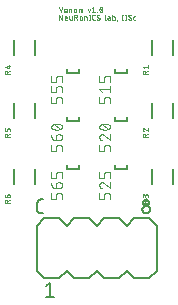
<source format=gbr>
G04 EAGLE Gerber X2 export*
%TF.Part,Single*%
%TF.FileFunction,Legend,Top,1*%
%TF.FilePolarity,Positive*%
%TF.GenerationSoftware,Autodesk,EAGLE,9.1.2*%
%TF.CreationDate,2020-01-29T09:54:46Z*%
G75*
%MOMM*%
%FSLAX34Y34*%
%LPD*%
%AMOC8*
5,1,8,0,0,1.08239X$1,22.5*%
G01*
%ADD10C,0.050800*%
%ADD11C,0.150000*%
%ADD12C,0.076200*%
%ADD13C,0.127000*%
%ADD14C,0.152400*%


D10*
X97754Y231474D02*
X97754Y235966D01*
X100250Y231474D01*
X100250Y235966D01*
X103102Y231474D02*
X104350Y231474D01*
X103102Y231474D02*
X103049Y231476D01*
X102995Y231482D01*
X102943Y231491D01*
X102891Y231504D01*
X102840Y231521D01*
X102791Y231542D01*
X102743Y231566D01*
X102697Y231593D01*
X102653Y231623D01*
X102612Y231657D01*
X102572Y231693D01*
X102536Y231733D01*
X102502Y231774D01*
X102472Y231818D01*
X102445Y231864D01*
X102421Y231912D01*
X102400Y231961D01*
X102383Y232012D01*
X102370Y232064D01*
X102361Y232116D01*
X102355Y232170D01*
X102353Y232223D01*
X102354Y232223D02*
X102354Y233470D01*
X102356Y233531D01*
X102362Y233593D01*
X102371Y233653D01*
X102384Y233713D01*
X102401Y233773D01*
X102421Y233831D01*
X102445Y233887D01*
X102473Y233942D01*
X102503Y233995D01*
X102537Y234047D01*
X102574Y234096D01*
X102614Y234142D01*
X102657Y234186D01*
X102703Y234228D01*
X102751Y234266D01*
X102801Y234302D01*
X102853Y234334D01*
X102907Y234363D01*
X102963Y234389D01*
X103020Y234411D01*
X103079Y234430D01*
X103138Y234445D01*
X103199Y234456D01*
X103260Y234464D01*
X103321Y234468D01*
X103383Y234468D01*
X103444Y234464D01*
X103505Y234456D01*
X103566Y234445D01*
X103625Y234430D01*
X103684Y234411D01*
X103741Y234389D01*
X103797Y234363D01*
X103851Y234334D01*
X103903Y234302D01*
X103953Y234266D01*
X104001Y234228D01*
X104047Y234186D01*
X104090Y234142D01*
X104130Y234096D01*
X104167Y234047D01*
X104201Y233995D01*
X104231Y233942D01*
X104259Y233887D01*
X104283Y233831D01*
X104303Y233773D01*
X104320Y233713D01*
X104333Y233653D01*
X104342Y233593D01*
X104348Y233531D01*
X104350Y233470D01*
X104350Y232971D01*
X102354Y232971D01*
X106404Y232223D02*
X106404Y234469D01*
X106403Y232223D02*
X106405Y232170D01*
X106411Y232116D01*
X106420Y232064D01*
X106433Y232012D01*
X106450Y231961D01*
X106471Y231912D01*
X106495Y231864D01*
X106522Y231818D01*
X106552Y231774D01*
X106586Y231733D01*
X106622Y231693D01*
X106662Y231657D01*
X106703Y231623D01*
X106747Y231593D01*
X106793Y231566D01*
X106841Y231542D01*
X106890Y231521D01*
X106941Y231504D01*
X106993Y231491D01*
X107045Y231482D01*
X107099Y231476D01*
X107152Y231474D01*
X108400Y231474D01*
X108400Y234469D01*
X110687Y235966D02*
X110687Y231474D01*
X110687Y235966D02*
X111935Y235966D01*
X112004Y235964D01*
X112072Y235958D01*
X112140Y235949D01*
X112208Y235936D01*
X112275Y235919D01*
X112340Y235898D01*
X112405Y235874D01*
X112468Y235847D01*
X112529Y235816D01*
X112589Y235781D01*
X112646Y235744D01*
X112702Y235703D01*
X112755Y235659D01*
X112805Y235613D01*
X112853Y235563D01*
X112898Y235511D01*
X112941Y235457D01*
X112980Y235401D01*
X113016Y235342D01*
X113049Y235282D01*
X113078Y235219D01*
X113104Y235156D01*
X113126Y235091D01*
X113145Y235024D01*
X113160Y234957D01*
X113171Y234889D01*
X113179Y234821D01*
X113183Y234752D01*
X113183Y234684D01*
X113179Y234615D01*
X113171Y234547D01*
X113160Y234479D01*
X113145Y234412D01*
X113126Y234345D01*
X113104Y234280D01*
X113078Y234217D01*
X113049Y234154D01*
X113016Y234094D01*
X112980Y234035D01*
X112941Y233979D01*
X112898Y233925D01*
X112853Y233873D01*
X112805Y233823D01*
X112755Y233777D01*
X112702Y233733D01*
X112646Y233692D01*
X112589Y233655D01*
X112529Y233620D01*
X112468Y233589D01*
X112405Y233562D01*
X112340Y233538D01*
X112275Y233517D01*
X112208Y233500D01*
X112140Y233487D01*
X112072Y233478D01*
X112004Y233472D01*
X111935Y233470D01*
X110687Y233470D01*
X112184Y233470D02*
X113182Y231474D01*
X115104Y232472D02*
X115104Y233470D01*
X115106Y233531D01*
X115112Y233593D01*
X115121Y233653D01*
X115134Y233713D01*
X115151Y233773D01*
X115171Y233831D01*
X115195Y233887D01*
X115223Y233942D01*
X115253Y233995D01*
X115287Y234047D01*
X115324Y234096D01*
X115364Y234142D01*
X115407Y234186D01*
X115453Y234228D01*
X115501Y234266D01*
X115551Y234302D01*
X115603Y234334D01*
X115657Y234363D01*
X115713Y234389D01*
X115770Y234411D01*
X115829Y234430D01*
X115888Y234445D01*
X115949Y234456D01*
X116010Y234464D01*
X116071Y234468D01*
X116133Y234468D01*
X116194Y234464D01*
X116255Y234456D01*
X116316Y234445D01*
X116375Y234430D01*
X116434Y234411D01*
X116491Y234389D01*
X116547Y234363D01*
X116601Y234334D01*
X116653Y234302D01*
X116703Y234266D01*
X116751Y234228D01*
X116797Y234186D01*
X116840Y234142D01*
X116880Y234096D01*
X116917Y234047D01*
X116951Y233995D01*
X116981Y233942D01*
X117009Y233887D01*
X117033Y233831D01*
X117053Y233773D01*
X117070Y233713D01*
X117083Y233653D01*
X117092Y233593D01*
X117098Y233531D01*
X117100Y233470D01*
X117100Y232472D01*
X117098Y232411D01*
X117092Y232349D01*
X117083Y232289D01*
X117070Y232229D01*
X117053Y232169D01*
X117033Y232111D01*
X117009Y232055D01*
X116981Y232000D01*
X116951Y231947D01*
X116917Y231895D01*
X116880Y231846D01*
X116840Y231800D01*
X116797Y231756D01*
X116751Y231714D01*
X116703Y231676D01*
X116653Y231640D01*
X116601Y231608D01*
X116547Y231579D01*
X116491Y231553D01*
X116434Y231531D01*
X116375Y231512D01*
X116316Y231497D01*
X116255Y231486D01*
X116194Y231478D01*
X116133Y231474D01*
X116071Y231474D01*
X116010Y231478D01*
X115949Y231486D01*
X115888Y231497D01*
X115829Y231512D01*
X115770Y231531D01*
X115713Y231553D01*
X115657Y231579D01*
X115603Y231608D01*
X115551Y231640D01*
X115501Y231676D01*
X115453Y231714D01*
X115407Y231756D01*
X115364Y231800D01*
X115324Y231846D01*
X115287Y231895D01*
X115253Y231947D01*
X115223Y232000D01*
X115195Y232055D01*
X115171Y232111D01*
X115151Y232169D01*
X115134Y232229D01*
X115121Y232289D01*
X115112Y232349D01*
X115106Y232411D01*
X115104Y232472D01*
X119154Y231474D02*
X119154Y234469D01*
X120401Y234469D01*
X120454Y234467D01*
X120508Y234461D01*
X120560Y234452D01*
X120612Y234439D01*
X120663Y234422D01*
X120712Y234401D01*
X120760Y234377D01*
X120806Y234350D01*
X120850Y234320D01*
X120891Y234286D01*
X120931Y234250D01*
X120967Y234211D01*
X121001Y234169D01*
X121031Y234125D01*
X121058Y234079D01*
X121082Y234031D01*
X121103Y233982D01*
X121120Y233931D01*
X121133Y233879D01*
X121142Y233827D01*
X121148Y233773D01*
X121150Y233720D01*
X121150Y231474D01*
X123602Y231474D02*
X123602Y235966D01*
X123103Y231474D02*
X124101Y231474D01*
X124101Y235966D02*
X123103Y235966D01*
X126937Y231474D02*
X127936Y231474D01*
X126937Y231474D02*
X126877Y231476D01*
X126817Y231481D01*
X126757Y231490D01*
X126698Y231503D01*
X126640Y231519D01*
X126583Y231539D01*
X126527Y231562D01*
X126473Y231588D01*
X126421Y231618D01*
X126370Y231651D01*
X126322Y231686D01*
X126275Y231725D01*
X126231Y231766D01*
X126190Y231810D01*
X126151Y231857D01*
X126116Y231905D01*
X126083Y231956D01*
X126053Y232008D01*
X126027Y232062D01*
X126004Y232118D01*
X125984Y232175D01*
X125968Y232233D01*
X125955Y232292D01*
X125946Y232352D01*
X125941Y232412D01*
X125939Y232472D01*
X125939Y234968D01*
X125941Y235031D01*
X125947Y235093D01*
X125957Y235155D01*
X125970Y235216D01*
X125988Y235276D01*
X126009Y235335D01*
X126034Y235393D01*
X126062Y235449D01*
X126094Y235503D01*
X126130Y235555D01*
X126168Y235604D01*
X126209Y235651D01*
X126254Y235695D01*
X126301Y235737D01*
X126350Y235775D01*
X126402Y235811D01*
X126456Y235843D01*
X126512Y235871D01*
X126570Y235896D01*
X126629Y235917D01*
X126689Y235935D01*
X126750Y235948D01*
X126812Y235958D01*
X126874Y235964D01*
X126937Y235966D01*
X127936Y235966D01*
X132049Y232472D02*
X132047Y232409D01*
X132041Y232347D01*
X132031Y232285D01*
X132018Y232224D01*
X132000Y232164D01*
X131979Y232105D01*
X131954Y232047D01*
X131926Y231991D01*
X131894Y231937D01*
X131858Y231885D01*
X131820Y231836D01*
X131779Y231789D01*
X131734Y231745D01*
X131687Y231703D01*
X131638Y231665D01*
X131586Y231629D01*
X131532Y231597D01*
X131476Y231569D01*
X131418Y231544D01*
X131359Y231523D01*
X131299Y231505D01*
X131238Y231492D01*
X131176Y231482D01*
X131114Y231476D01*
X131051Y231474D01*
X130963Y231476D01*
X130876Y231481D01*
X130789Y231490D01*
X130702Y231503D01*
X130616Y231519D01*
X130531Y231539D01*
X130446Y231563D01*
X130363Y231589D01*
X130280Y231620D01*
X130200Y231654D01*
X130120Y231691D01*
X130042Y231731D01*
X129966Y231774D01*
X129892Y231821D01*
X129820Y231871D01*
X129750Y231923D01*
X129682Y231979D01*
X129616Y232037D01*
X129553Y232098D01*
X129679Y234968D02*
X129681Y235028D01*
X129686Y235088D01*
X129695Y235148D01*
X129708Y235207D01*
X129724Y235265D01*
X129744Y235322D01*
X129767Y235378D01*
X129793Y235432D01*
X129823Y235484D01*
X129856Y235535D01*
X129891Y235583D01*
X129930Y235630D01*
X129971Y235674D01*
X130015Y235715D01*
X130062Y235754D01*
X130110Y235789D01*
X130161Y235822D01*
X130213Y235852D01*
X130267Y235878D01*
X130323Y235901D01*
X130380Y235921D01*
X130438Y235937D01*
X130497Y235950D01*
X130557Y235959D01*
X130617Y235964D01*
X130677Y235966D01*
X130763Y235964D01*
X130849Y235958D01*
X130934Y235948D01*
X131019Y235934D01*
X131103Y235917D01*
X131187Y235895D01*
X131269Y235870D01*
X131350Y235841D01*
X131430Y235808D01*
X131507Y235772D01*
X131584Y235732D01*
X131658Y235688D01*
X131730Y235642D01*
X131800Y235592D01*
X130177Y234094D02*
X130125Y234127D01*
X130075Y234164D01*
X130027Y234203D01*
X129981Y234245D01*
X129938Y234290D01*
X129898Y234337D01*
X129861Y234386D01*
X129827Y234438D01*
X129797Y234492D01*
X129769Y234548D01*
X129745Y234605D01*
X129725Y234663D01*
X129708Y234723D01*
X129695Y234783D01*
X129686Y234844D01*
X129680Y234906D01*
X129678Y234968D01*
X131551Y233346D02*
X131603Y233313D01*
X131653Y233276D01*
X131701Y233237D01*
X131747Y233195D01*
X131790Y233150D01*
X131830Y233103D01*
X131867Y233054D01*
X131901Y233002D01*
X131931Y232948D01*
X131959Y232892D01*
X131983Y232835D01*
X132003Y232777D01*
X132020Y232717D01*
X132033Y232657D01*
X132042Y232596D01*
X132048Y232534D01*
X132050Y232472D01*
X131550Y233346D02*
X130178Y234094D01*
X136300Y235966D02*
X136300Y232223D01*
X136302Y232170D01*
X136308Y232116D01*
X136317Y232064D01*
X136330Y232012D01*
X136347Y231961D01*
X136368Y231912D01*
X136392Y231864D01*
X136419Y231818D01*
X136449Y231774D01*
X136483Y231733D01*
X136519Y231693D01*
X136559Y231657D01*
X136600Y231623D01*
X136644Y231593D01*
X136690Y231566D01*
X136738Y231542D01*
X136787Y231521D01*
X136838Y231504D01*
X136890Y231491D01*
X136942Y231482D01*
X136996Y231476D01*
X137049Y231474D01*
X139500Y233221D02*
X140623Y233221D01*
X139500Y233220D02*
X139442Y233218D01*
X139384Y233212D01*
X139326Y233203D01*
X139269Y233189D01*
X139214Y233172D01*
X139159Y233151D01*
X139106Y233126D01*
X139055Y233098D01*
X139006Y233067D01*
X138959Y233032D01*
X138914Y232994D01*
X138872Y232954D01*
X138833Y232911D01*
X138797Y232865D01*
X138764Y232817D01*
X138734Y232767D01*
X138708Y232714D01*
X138685Y232661D01*
X138666Y232606D01*
X138651Y232549D01*
X138639Y232492D01*
X138631Y232434D01*
X138627Y232376D01*
X138627Y232318D01*
X138631Y232260D01*
X138639Y232202D01*
X138651Y232145D01*
X138666Y232088D01*
X138685Y232033D01*
X138708Y231980D01*
X138734Y231927D01*
X138764Y231877D01*
X138797Y231829D01*
X138833Y231783D01*
X138872Y231740D01*
X138914Y231700D01*
X138959Y231662D01*
X139006Y231627D01*
X139055Y231596D01*
X139106Y231568D01*
X139159Y231543D01*
X139214Y231522D01*
X139269Y231505D01*
X139326Y231491D01*
X139384Y231482D01*
X139442Y231476D01*
X139500Y231474D01*
X140623Y231474D01*
X140623Y233720D01*
X140624Y233720D02*
X140622Y233773D01*
X140616Y233827D01*
X140607Y233879D01*
X140594Y233931D01*
X140577Y233982D01*
X140556Y234031D01*
X140532Y234079D01*
X140505Y234125D01*
X140475Y234169D01*
X140441Y234211D01*
X140405Y234250D01*
X140365Y234286D01*
X140324Y234320D01*
X140280Y234350D01*
X140234Y234377D01*
X140186Y234401D01*
X140137Y234422D01*
X140086Y234439D01*
X140034Y234452D01*
X139982Y234461D01*
X139928Y234467D01*
X139875Y234469D01*
X138877Y234469D01*
X142880Y235966D02*
X142880Y231474D01*
X144127Y231474D01*
X144180Y231476D01*
X144234Y231482D01*
X144286Y231491D01*
X144338Y231504D01*
X144389Y231521D01*
X144438Y231542D01*
X144486Y231566D01*
X144532Y231593D01*
X144576Y231623D01*
X144617Y231657D01*
X144657Y231693D01*
X144693Y231732D01*
X144727Y231774D01*
X144757Y231818D01*
X144784Y231864D01*
X144808Y231912D01*
X144829Y231961D01*
X144846Y232012D01*
X144859Y232064D01*
X144868Y232116D01*
X144874Y232170D01*
X144876Y232223D01*
X144876Y233720D01*
X144874Y233773D01*
X144868Y233827D01*
X144859Y233879D01*
X144846Y233931D01*
X144829Y233982D01*
X144808Y234031D01*
X144784Y234079D01*
X144757Y234125D01*
X144727Y234169D01*
X144693Y234211D01*
X144657Y234250D01*
X144617Y234286D01*
X144576Y234320D01*
X144532Y234350D01*
X144486Y234377D01*
X144438Y234401D01*
X144389Y234422D01*
X144338Y234439D01*
X144286Y234452D01*
X144234Y234461D01*
X144180Y234467D01*
X144127Y234469D01*
X142880Y234469D01*
X146557Y231474D02*
X146807Y231474D01*
X146557Y231474D02*
X146557Y231724D01*
X146807Y231724D01*
X146807Y231474D01*
X146433Y230476D01*
X151351Y231474D02*
X151351Y235966D01*
X150852Y231474D02*
X151851Y231474D01*
X151851Y235966D02*
X150852Y235966D01*
X154051Y235966D02*
X154051Y231474D01*
X153552Y231474D02*
X154551Y231474D01*
X154551Y235966D02*
X153552Y235966D01*
X157751Y231474D02*
X157814Y231476D01*
X157876Y231482D01*
X157938Y231492D01*
X157999Y231505D01*
X158059Y231523D01*
X158118Y231544D01*
X158176Y231569D01*
X158232Y231597D01*
X158286Y231629D01*
X158338Y231665D01*
X158387Y231703D01*
X158434Y231745D01*
X158479Y231789D01*
X158520Y231836D01*
X158558Y231885D01*
X158594Y231937D01*
X158626Y231991D01*
X158654Y232047D01*
X158679Y232105D01*
X158700Y232164D01*
X158718Y232224D01*
X158731Y232285D01*
X158741Y232347D01*
X158747Y232409D01*
X158749Y232472D01*
X157751Y231474D02*
X157663Y231476D01*
X157576Y231481D01*
X157489Y231490D01*
X157402Y231503D01*
X157316Y231519D01*
X157231Y231539D01*
X157146Y231563D01*
X157063Y231589D01*
X156980Y231620D01*
X156900Y231654D01*
X156820Y231691D01*
X156742Y231731D01*
X156666Y231774D01*
X156592Y231821D01*
X156520Y231871D01*
X156450Y231923D01*
X156382Y231979D01*
X156316Y232037D01*
X156253Y232098D01*
X156379Y234968D02*
X156381Y235028D01*
X156386Y235088D01*
X156395Y235148D01*
X156408Y235207D01*
X156424Y235265D01*
X156444Y235322D01*
X156467Y235378D01*
X156493Y235432D01*
X156523Y235484D01*
X156556Y235535D01*
X156591Y235583D01*
X156630Y235630D01*
X156671Y235674D01*
X156715Y235715D01*
X156762Y235754D01*
X156810Y235789D01*
X156861Y235822D01*
X156913Y235852D01*
X156967Y235878D01*
X157023Y235901D01*
X157080Y235921D01*
X157138Y235937D01*
X157197Y235950D01*
X157257Y235959D01*
X157317Y235964D01*
X157377Y235966D01*
X157463Y235964D01*
X157549Y235958D01*
X157634Y235948D01*
X157719Y235934D01*
X157803Y235917D01*
X157887Y235895D01*
X157969Y235870D01*
X158050Y235841D01*
X158130Y235808D01*
X158207Y235772D01*
X158284Y235732D01*
X158358Y235688D01*
X158430Y235642D01*
X158500Y235592D01*
X156877Y234094D02*
X156825Y234127D01*
X156775Y234164D01*
X156727Y234203D01*
X156681Y234245D01*
X156638Y234290D01*
X156598Y234337D01*
X156561Y234386D01*
X156527Y234438D01*
X156497Y234492D01*
X156469Y234548D01*
X156445Y234605D01*
X156425Y234663D01*
X156408Y234723D01*
X156395Y234783D01*
X156386Y234844D01*
X156380Y234906D01*
X156378Y234968D01*
X158250Y233346D02*
X158302Y233313D01*
X158352Y233276D01*
X158400Y233237D01*
X158446Y233195D01*
X158489Y233150D01*
X158529Y233103D01*
X158566Y233054D01*
X158600Y233002D01*
X158630Y232948D01*
X158658Y232892D01*
X158682Y232835D01*
X158702Y232777D01*
X158719Y232717D01*
X158732Y232657D01*
X158741Y232596D01*
X158747Y232534D01*
X158749Y232472D01*
X158250Y233346D02*
X156878Y234094D01*
X161308Y231474D02*
X162306Y231474D01*
X161308Y231474D02*
X161255Y231476D01*
X161201Y231482D01*
X161149Y231491D01*
X161097Y231504D01*
X161046Y231521D01*
X160997Y231542D01*
X160949Y231566D01*
X160903Y231593D01*
X160859Y231623D01*
X160818Y231657D01*
X160778Y231693D01*
X160742Y231733D01*
X160708Y231774D01*
X160678Y231818D01*
X160651Y231864D01*
X160627Y231912D01*
X160606Y231961D01*
X160589Y232012D01*
X160576Y232064D01*
X160567Y232116D01*
X160561Y232170D01*
X160559Y232223D01*
X160559Y233720D01*
X160561Y233773D01*
X160567Y233827D01*
X160576Y233879D01*
X160589Y233931D01*
X160606Y233982D01*
X160627Y234031D01*
X160651Y234079D01*
X160678Y234125D01*
X160708Y234169D01*
X160742Y234211D01*
X160778Y234250D01*
X160818Y234286D01*
X160859Y234320D01*
X160903Y234350D01*
X160949Y234377D01*
X160997Y234401D01*
X161046Y234422D01*
X161097Y234439D01*
X161149Y234452D01*
X161201Y234461D01*
X161255Y234467D01*
X161308Y234469D01*
X162306Y234469D01*
X98918Y237824D02*
X97421Y242316D01*
X100416Y242316D02*
X98918Y237824D01*
X102869Y237824D02*
X104117Y237824D01*
X102869Y237824D02*
X102816Y237826D01*
X102762Y237832D01*
X102710Y237841D01*
X102658Y237854D01*
X102607Y237871D01*
X102558Y237892D01*
X102510Y237916D01*
X102464Y237943D01*
X102420Y237973D01*
X102379Y238007D01*
X102339Y238043D01*
X102303Y238083D01*
X102269Y238124D01*
X102239Y238168D01*
X102212Y238214D01*
X102188Y238262D01*
X102167Y238311D01*
X102150Y238362D01*
X102137Y238414D01*
X102128Y238466D01*
X102122Y238520D01*
X102120Y238573D01*
X102120Y239820D01*
X102122Y239881D01*
X102128Y239943D01*
X102137Y240003D01*
X102150Y240063D01*
X102167Y240123D01*
X102187Y240181D01*
X102211Y240237D01*
X102239Y240292D01*
X102269Y240345D01*
X102303Y240397D01*
X102340Y240446D01*
X102380Y240492D01*
X102423Y240536D01*
X102469Y240578D01*
X102517Y240616D01*
X102567Y240652D01*
X102619Y240684D01*
X102673Y240713D01*
X102729Y240739D01*
X102786Y240761D01*
X102845Y240780D01*
X102904Y240795D01*
X102965Y240806D01*
X103026Y240814D01*
X103087Y240818D01*
X103149Y240818D01*
X103210Y240814D01*
X103271Y240806D01*
X103332Y240795D01*
X103391Y240780D01*
X103450Y240761D01*
X103507Y240739D01*
X103563Y240713D01*
X103617Y240684D01*
X103669Y240652D01*
X103719Y240616D01*
X103767Y240578D01*
X103813Y240536D01*
X103856Y240492D01*
X103896Y240446D01*
X103933Y240397D01*
X103967Y240345D01*
X103997Y240292D01*
X104025Y240237D01*
X104049Y240181D01*
X104069Y240123D01*
X104086Y240063D01*
X104099Y240003D01*
X104108Y239943D01*
X104114Y239881D01*
X104116Y239820D01*
X104117Y239820D02*
X104117Y239321D01*
X102120Y239321D01*
X106170Y237824D02*
X106170Y240819D01*
X107418Y240819D01*
X107471Y240817D01*
X107525Y240811D01*
X107577Y240802D01*
X107629Y240789D01*
X107680Y240772D01*
X107729Y240751D01*
X107777Y240727D01*
X107823Y240700D01*
X107867Y240670D01*
X107908Y240636D01*
X107948Y240600D01*
X107984Y240561D01*
X108018Y240519D01*
X108048Y240475D01*
X108075Y240429D01*
X108099Y240381D01*
X108120Y240332D01*
X108137Y240281D01*
X108150Y240229D01*
X108159Y240177D01*
X108165Y240123D01*
X108167Y240070D01*
X108167Y237824D01*
X110220Y238822D02*
X110220Y239820D01*
X110222Y239881D01*
X110228Y239943D01*
X110237Y240003D01*
X110250Y240063D01*
X110267Y240123D01*
X110287Y240181D01*
X110311Y240237D01*
X110339Y240292D01*
X110369Y240345D01*
X110403Y240397D01*
X110440Y240446D01*
X110480Y240492D01*
X110523Y240536D01*
X110569Y240578D01*
X110617Y240616D01*
X110667Y240652D01*
X110719Y240684D01*
X110773Y240713D01*
X110829Y240739D01*
X110886Y240761D01*
X110945Y240780D01*
X111004Y240795D01*
X111065Y240806D01*
X111126Y240814D01*
X111187Y240818D01*
X111249Y240818D01*
X111310Y240814D01*
X111371Y240806D01*
X111432Y240795D01*
X111491Y240780D01*
X111550Y240761D01*
X111607Y240739D01*
X111663Y240713D01*
X111717Y240684D01*
X111769Y240652D01*
X111819Y240616D01*
X111867Y240578D01*
X111913Y240536D01*
X111956Y240492D01*
X111996Y240446D01*
X112033Y240397D01*
X112067Y240345D01*
X112097Y240292D01*
X112125Y240237D01*
X112149Y240181D01*
X112169Y240123D01*
X112186Y240063D01*
X112199Y240003D01*
X112208Y239943D01*
X112214Y239881D01*
X112216Y239820D01*
X112217Y239820D02*
X112217Y238822D01*
X112216Y238822D02*
X112214Y238761D01*
X112208Y238699D01*
X112199Y238639D01*
X112186Y238579D01*
X112169Y238519D01*
X112149Y238461D01*
X112125Y238405D01*
X112097Y238350D01*
X112067Y238297D01*
X112033Y238245D01*
X111996Y238196D01*
X111956Y238150D01*
X111913Y238106D01*
X111867Y238064D01*
X111819Y238026D01*
X111769Y237990D01*
X111717Y237958D01*
X111663Y237929D01*
X111607Y237903D01*
X111550Y237881D01*
X111491Y237862D01*
X111432Y237847D01*
X111371Y237836D01*
X111310Y237828D01*
X111249Y237824D01*
X111187Y237824D01*
X111126Y237828D01*
X111065Y237836D01*
X111004Y237847D01*
X110945Y237862D01*
X110886Y237881D01*
X110829Y237903D01*
X110773Y237929D01*
X110719Y237958D01*
X110667Y237990D01*
X110617Y238026D01*
X110569Y238064D01*
X110523Y238106D01*
X110480Y238150D01*
X110440Y238196D01*
X110403Y238245D01*
X110369Y238297D01*
X110339Y238350D01*
X110311Y238405D01*
X110287Y238461D01*
X110267Y238519D01*
X110250Y238579D01*
X110237Y238639D01*
X110228Y238699D01*
X110222Y238761D01*
X110220Y238822D01*
X114371Y237824D02*
X114371Y240819D01*
X116617Y240819D01*
X116670Y240817D01*
X116724Y240811D01*
X116776Y240802D01*
X116828Y240789D01*
X116879Y240772D01*
X116928Y240751D01*
X116976Y240727D01*
X117022Y240700D01*
X117066Y240670D01*
X117107Y240636D01*
X117147Y240600D01*
X117183Y240560D01*
X117217Y240519D01*
X117247Y240475D01*
X117274Y240429D01*
X117298Y240381D01*
X117319Y240332D01*
X117336Y240281D01*
X117349Y240229D01*
X117358Y240177D01*
X117364Y240123D01*
X117366Y240070D01*
X117366Y237824D01*
X115868Y237824D02*
X115868Y240819D01*
X121770Y240819D02*
X122768Y237824D01*
X123767Y240819D01*
X125571Y241318D02*
X126818Y242316D01*
X126818Y237824D01*
X125571Y237824D02*
X128066Y237824D01*
X129844Y237824D02*
X129844Y238074D01*
X130093Y238074D01*
X130093Y237824D01*
X129844Y237824D01*
X131870Y240070D02*
X131872Y240190D01*
X131878Y240310D01*
X131887Y240429D01*
X131901Y240548D01*
X131918Y240667D01*
X131940Y240785D01*
X131965Y240902D01*
X131994Y241019D01*
X132026Y241134D01*
X132063Y241249D01*
X132103Y241362D01*
X132146Y241473D01*
X132194Y241584D01*
X132244Y241692D01*
X132245Y241692D02*
X132266Y241749D01*
X132291Y241803D01*
X132320Y241857D01*
X132352Y241908D01*
X132387Y241957D01*
X132425Y242003D01*
X132467Y242047D01*
X132511Y242088D01*
X132557Y242126D01*
X132606Y242161D01*
X132658Y242193D01*
X132711Y242221D01*
X132766Y242246D01*
X132822Y242267D01*
X132880Y242285D01*
X132938Y242298D01*
X132998Y242308D01*
X133058Y242314D01*
X133118Y242316D01*
X133178Y242314D01*
X133238Y242308D01*
X133298Y242298D01*
X133356Y242285D01*
X133414Y242267D01*
X133470Y242246D01*
X133525Y242221D01*
X133578Y242193D01*
X133630Y242161D01*
X133679Y242126D01*
X133725Y242088D01*
X133769Y242047D01*
X133811Y242003D01*
X133849Y241957D01*
X133884Y241908D01*
X133916Y241857D01*
X133945Y241803D01*
X133970Y241749D01*
X133991Y241692D01*
X133992Y241692D02*
X134042Y241584D01*
X134090Y241473D01*
X134133Y241362D01*
X134173Y241249D01*
X134210Y241134D01*
X134242Y241019D01*
X134271Y240902D01*
X134296Y240785D01*
X134318Y240667D01*
X134335Y240548D01*
X134349Y240429D01*
X134358Y240310D01*
X134364Y240190D01*
X134366Y240070D01*
X131870Y240070D02*
X131872Y239950D01*
X131878Y239830D01*
X131887Y239711D01*
X131901Y239592D01*
X131918Y239473D01*
X131940Y239355D01*
X131965Y239238D01*
X131994Y239121D01*
X132026Y239006D01*
X132063Y238892D01*
X132103Y238778D01*
X132146Y238667D01*
X132194Y238557D01*
X132244Y238448D01*
X132245Y238448D02*
X132266Y238391D01*
X132291Y238337D01*
X132320Y238283D01*
X132352Y238232D01*
X132387Y238183D01*
X132425Y238137D01*
X132467Y238093D01*
X132511Y238052D01*
X132557Y238014D01*
X132606Y237979D01*
X132658Y237947D01*
X132711Y237919D01*
X132766Y237894D01*
X132822Y237873D01*
X132880Y237855D01*
X132938Y237842D01*
X132998Y237832D01*
X133058Y237826D01*
X133118Y237824D01*
X133992Y238448D02*
X134042Y238557D01*
X134090Y238667D01*
X134133Y238778D01*
X134173Y238892D01*
X134210Y239006D01*
X134242Y239121D01*
X134271Y239238D01*
X134296Y239355D01*
X134318Y239473D01*
X134335Y239592D01*
X134349Y239711D01*
X134358Y239830D01*
X134364Y239950D01*
X134366Y240070D01*
X133991Y238448D02*
X133970Y238391D01*
X133945Y238336D01*
X133916Y238283D01*
X133884Y238232D01*
X133849Y238183D01*
X133811Y238137D01*
X133769Y238093D01*
X133725Y238052D01*
X133679Y238014D01*
X133630Y237979D01*
X133578Y237947D01*
X133525Y237919D01*
X133470Y237894D01*
X133414Y237873D01*
X133356Y237855D01*
X133298Y237842D01*
X133238Y237832D01*
X133178Y237826D01*
X133118Y237824D01*
X132120Y238822D02*
X134116Y241318D01*
D11*
X144860Y189460D02*
X144860Y186460D01*
X154860Y186460D02*
X154860Y189460D01*
X154860Y186460D02*
X144860Y186460D01*
D12*
X140979Y164170D02*
X140979Y161091D01*
X140979Y164170D02*
X140977Y164260D01*
X140971Y164349D01*
X140961Y164438D01*
X140948Y164526D01*
X140930Y164614D01*
X140909Y164701D01*
X140884Y164787D01*
X140855Y164872D01*
X140823Y164956D01*
X140787Y165038D01*
X140747Y165118D01*
X140704Y165197D01*
X140657Y165273D01*
X140608Y165348D01*
X140555Y165420D01*
X140499Y165490D01*
X140440Y165557D01*
X140378Y165622D01*
X140313Y165684D01*
X140246Y165743D01*
X140176Y165799D01*
X140104Y165852D01*
X140029Y165901D01*
X139953Y165948D01*
X139874Y165991D01*
X139794Y166031D01*
X139712Y166067D01*
X139628Y166099D01*
X139543Y166128D01*
X139457Y166153D01*
X139370Y166174D01*
X139282Y166192D01*
X139194Y166205D01*
X139105Y166215D01*
X139016Y166221D01*
X138926Y166223D01*
X137900Y166223D01*
X137810Y166221D01*
X137721Y166215D01*
X137632Y166205D01*
X137544Y166192D01*
X137456Y166174D01*
X137369Y166153D01*
X137283Y166128D01*
X137198Y166099D01*
X137114Y166067D01*
X137032Y166031D01*
X136952Y165991D01*
X136874Y165948D01*
X136797Y165901D01*
X136722Y165852D01*
X136650Y165799D01*
X136580Y165743D01*
X136513Y165684D01*
X136448Y165622D01*
X136386Y165557D01*
X136327Y165490D01*
X136271Y165420D01*
X136218Y165348D01*
X136169Y165273D01*
X136122Y165197D01*
X136079Y165118D01*
X136039Y165038D01*
X136003Y164956D01*
X135971Y164872D01*
X135942Y164787D01*
X135917Y164701D01*
X135896Y164614D01*
X135878Y164527D01*
X135865Y164438D01*
X135855Y164349D01*
X135849Y164260D01*
X135847Y164170D01*
X135847Y161091D01*
X131741Y161091D01*
X131741Y166223D01*
X133794Y170091D02*
X131741Y172657D01*
X140979Y172657D01*
X140979Y170091D02*
X140979Y175223D01*
X140979Y179091D02*
X140979Y182170D01*
X140977Y182260D01*
X140971Y182349D01*
X140961Y182438D01*
X140948Y182526D01*
X140930Y182614D01*
X140909Y182701D01*
X140884Y182787D01*
X140855Y182872D01*
X140823Y182956D01*
X140787Y183038D01*
X140747Y183118D01*
X140704Y183197D01*
X140657Y183273D01*
X140608Y183348D01*
X140555Y183420D01*
X140499Y183490D01*
X140440Y183557D01*
X140378Y183622D01*
X140313Y183684D01*
X140246Y183743D01*
X140176Y183799D01*
X140104Y183852D01*
X140029Y183901D01*
X139953Y183948D01*
X139874Y183991D01*
X139794Y184031D01*
X139712Y184067D01*
X139628Y184099D01*
X139543Y184128D01*
X139457Y184153D01*
X139370Y184174D01*
X139282Y184192D01*
X139194Y184205D01*
X139105Y184215D01*
X139016Y184221D01*
X138926Y184223D01*
X137900Y184223D01*
X137810Y184221D01*
X137721Y184215D01*
X137632Y184205D01*
X137544Y184192D01*
X137456Y184174D01*
X137369Y184153D01*
X137283Y184128D01*
X137198Y184099D01*
X137114Y184067D01*
X137032Y184031D01*
X136952Y183991D01*
X136874Y183948D01*
X136797Y183901D01*
X136722Y183852D01*
X136650Y183799D01*
X136580Y183743D01*
X136513Y183684D01*
X136448Y183622D01*
X136386Y183557D01*
X136327Y183490D01*
X136271Y183420D01*
X136218Y183348D01*
X136169Y183273D01*
X136122Y183197D01*
X136079Y183118D01*
X136039Y183038D01*
X136003Y182956D01*
X135971Y182872D01*
X135942Y182787D01*
X135917Y182701D01*
X135896Y182614D01*
X135878Y182527D01*
X135865Y182438D01*
X135855Y182349D01*
X135849Y182260D01*
X135847Y182170D01*
X135847Y179091D01*
X131741Y179091D01*
X131741Y184223D01*
D11*
X144860Y148820D02*
X144860Y145820D01*
X154860Y145820D02*
X154860Y148820D01*
X154860Y145820D02*
X144860Y145820D01*
D12*
X140979Y123530D02*
X140979Y120451D01*
X140979Y123530D02*
X140977Y123620D01*
X140971Y123709D01*
X140961Y123798D01*
X140948Y123886D01*
X140930Y123974D01*
X140909Y124061D01*
X140884Y124147D01*
X140855Y124232D01*
X140823Y124316D01*
X140787Y124398D01*
X140747Y124478D01*
X140704Y124557D01*
X140657Y124633D01*
X140608Y124708D01*
X140555Y124780D01*
X140499Y124850D01*
X140440Y124917D01*
X140378Y124982D01*
X140313Y125044D01*
X140246Y125103D01*
X140176Y125159D01*
X140104Y125212D01*
X140029Y125261D01*
X139953Y125308D01*
X139874Y125351D01*
X139794Y125391D01*
X139712Y125427D01*
X139628Y125459D01*
X139543Y125488D01*
X139457Y125513D01*
X139370Y125534D01*
X139282Y125552D01*
X139194Y125565D01*
X139105Y125575D01*
X139016Y125581D01*
X138926Y125583D01*
X137900Y125583D01*
X137810Y125581D01*
X137721Y125575D01*
X137632Y125565D01*
X137544Y125552D01*
X137456Y125534D01*
X137369Y125513D01*
X137283Y125488D01*
X137198Y125459D01*
X137114Y125427D01*
X137032Y125391D01*
X136952Y125351D01*
X136874Y125308D01*
X136797Y125261D01*
X136722Y125212D01*
X136650Y125159D01*
X136580Y125103D01*
X136513Y125044D01*
X136448Y124982D01*
X136386Y124917D01*
X136327Y124850D01*
X136271Y124780D01*
X136218Y124708D01*
X136169Y124633D01*
X136122Y124557D01*
X136079Y124478D01*
X136039Y124398D01*
X136003Y124316D01*
X135971Y124232D01*
X135942Y124147D01*
X135917Y124061D01*
X135896Y123974D01*
X135878Y123887D01*
X135865Y123798D01*
X135855Y123709D01*
X135849Y123620D01*
X135847Y123530D01*
X135847Y120451D01*
X131741Y120451D01*
X131741Y125583D01*
X131741Y132274D02*
X131743Y132370D01*
X131749Y132465D01*
X131759Y132560D01*
X131773Y132654D01*
X131790Y132748D01*
X131812Y132841D01*
X131837Y132933D01*
X131866Y133024D01*
X131899Y133114D01*
X131936Y133202D01*
X131976Y133289D01*
X132019Y133373D01*
X132067Y133456D01*
X132117Y133537D01*
X132171Y133616D01*
X132228Y133693D01*
X132288Y133767D01*
X132352Y133839D01*
X132418Y133907D01*
X132487Y133974D01*
X132558Y134037D01*
X132632Y134097D01*
X132709Y134154D01*
X132788Y134208D01*
X132869Y134258D01*
X132952Y134306D01*
X133036Y134349D01*
X133123Y134389D01*
X133211Y134426D01*
X133301Y134459D01*
X133392Y134488D01*
X133484Y134513D01*
X133577Y134535D01*
X133671Y134552D01*
X133765Y134566D01*
X133860Y134576D01*
X133956Y134582D01*
X134051Y134584D01*
X131741Y132274D02*
X131743Y132168D01*
X131749Y132061D01*
X131758Y131955D01*
X131772Y131849D01*
X131789Y131744D01*
X131810Y131639D01*
X131834Y131536D01*
X131863Y131433D01*
X131895Y131331D01*
X131930Y131231D01*
X131970Y131132D01*
X132013Y131034D01*
X132059Y130938D01*
X132109Y130844D01*
X132162Y130751D01*
X132218Y130661D01*
X132278Y130572D01*
X132340Y130486D01*
X132406Y130402D01*
X132475Y130321D01*
X132546Y130242D01*
X132621Y130165D01*
X132698Y130092D01*
X132778Y130021D01*
X132860Y129953D01*
X132944Y129888D01*
X133031Y129826D01*
X133120Y129768D01*
X133211Y129712D01*
X133304Y129660D01*
X133399Y129611D01*
X133496Y129566D01*
X133594Y129524D01*
X133693Y129486D01*
X133794Y129451D01*
X135848Y133814D02*
X135780Y133882D01*
X135710Y133947D01*
X135638Y134010D01*
X135563Y134070D01*
X135486Y134127D01*
X135407Y134180D01*
X135326Y134231D01*
X135243Y134279D01*
X135159Y134323D01*
X135072Y134364D01*
X134984Y134402D01*
X134895Y134436D01*
X134804Y134467D01*
X134713Y134494D01*
X134620Y134518D01*
X134526Y134538D01*
X134432Y134555D01*
X134337Y134567D01*
X134242Y134577D01*
X134147Y134582D01*
X134051Y134584D01*
X135847Y133813D02*
X140979Y129451D01*
X140979Y134583D01*
X136360Y138451D02*
X136178Y138453D01*
X135997Y138460D01*
X135815Y138471D01*
X135634Y138486D01*
X135453Y138505D01*
X135273Y138529D01*
X135094Y138557D01*
X134915Y138589D01*
X134737Y138626D01*
X134560Y138667D01*
X134384Y138712D01*
X134209Y138761D01*
X134035Y138815D01*
X133863Y138872D01*
X133692Y138934D01*
X133522Y139000D01*
X133354Y139069D01*
X133188Y139143D01*
X133024Y139221D01*
X132945Y139250D01*
X132868Y139282D01*
X132791Y139318D01*
X132717Y139357D01*
X132644Y139400D01*
X132574Y139446D01*
X132505Y139494D01*
X132439Y139546D01*
X132375Y139601D01*
X132313Y139658D01*
X132255Y139718D01*
X132198Y139781D01*
X132145Y139846D01*
X132095Y139913D01*
X132047Y139983D01*
X132003Y140054D01*
X131962Y140128D01*
X131924Y140203D01*
X131890Y140280D01*
X131859Y140358D01*
X131832Y140437D01*
X131808Y140518D01*
X131787Y140600D01*
X131771Y140682D01*
X131758Y140765D01*
X131748Y140849D01*
X131743Y140933D01*
X131741Y141017D01*
X131743Y141101D01*
X131748Y141185D01*
X131758Y141269D01*
X131771Y141352D01*
X131787Y141434D01*
X131808Y141516D01*
X131832Y141597D01*
X131859Y141676D01*
X131890Y141754D01*
X131924Y141831D01*
X131962Y141906D01*
X132003Y141980D01*
X132047Y142051D01*
X132095Y142121D01*
X132145Y142188D01*
X132198Y142253D01*
X132255Y142316D01*
X132314Y142376D01*
X132375Y142433D01*
X132439Y142488D01*
X132505Y142540D01*
X132574Y142588D01*
X132644Y142634D01*
X132717Y142677D01*
X132792Y142716D01*
X132868Y142752D01*
X132945Y142784D01*
X133024Y142813D01*
X133188Y142891D01*
X133354Y142965D01*
X133522Y143034D01*
X133692Y143100D01*
X133863Y143162D01*
X134035Y143219D01*
X134209Y143273D01*
X134384Y143322D01*
X134560Y143367D01*
X134737Y143408D01*
X134915Y143445D01*
X135094Y143477D01*
X135273Y143505D01*
X135453Y143529D01*
X135634Y143548D01*
X135815Y143563D01*
X135997Y143574D01*
X136178Y143581D01*
X136360Y143583D01*
X136360Y138451D02*
X136542Y138453D01*
X136723Y138460D01*
X136905Y138471D01*
X137086Y138486D01*
X137267Y138505D01*
X137447Y138529D01*
X137626Y138557D01*
X137805Y138589D01*
X137983Y138626D01*
X138160Y138667D01*
X138336Y138712D01*
X138511Y138761D01*
X138685Y138815D01*
X138857Y138872D01*
X139028Y138934D01*
X139198Y139000D01*
X139366Y139069D01*
X139532Y139143D01*
X139696Y139221D01*
X139775Y139250D01*
X139852Y139282D01*
X139929Y139318D01*
X140003Y139357D01*
X140076Y139400D01*
X140146Y139446D01*
X140215Y139494D01*
X140281Y139546D01*
X140345Y139601D01*
X140407Y139658D01*
X140465Y139718D01*
X140522Y139781D01*
X140575Y139846D01*
X140625Y139913D01*
X140673Y139983D01*
X140717Y140054D01*
X140758Y140128D01*
X140796Y140203D01*
X140830Y140280D01*
X140861Y140358D01*
X140888Y140437D01*
X140912Y140518D01*
X140933Y140600D01*
X140949Y140682D01*
X140962Y140765D01*
X140972Y140849D01*
X140977Y140933D01*
X140979Y141017D01*
X139696Y142813D02*
X139532Y142891D01*
X139366Y142965D01*
X139198Y143034D01*
X139028Y143100D01*
X138857Y143162D01*
X138685Y143219D01*
X138511Y143273D01*
X138336Y143322D01*
X138160Y143367D01*
X137983Y143408D01*
X137805Y143445D01*
X137626Y143477D01*
X137447Y143505D01*
X137267Y143529D01*
X137086Y143548D01*
X136905Y143563D01*
X136723Y143574D01*
X136542Y143581D01*
X136360Y143583D01*
X139696Y142813D02*
X139775Y142784D01*
X139852Y142752D01*
X139929Y142716D01*
X140003Y142677D01*
X140076Y142634D01*
X140146Y142588D01*
X140215Y142540D01*
X140281Y142488D01*
X140345Y142433D01*
X140407Y142376D01*
X140465Y142316D01*
X140522Y142253D01*
X140575Y142188D01*
X140625Y142121D01*
X140673Y142051D01*
X140717Y141980D01*
X140758Y141906D01*
X140796Y141831D01*
X140830Y141754D01*
X140861Y141676D01*
X140888Y141597D01*
X140912Y141516D01*
X140933Y141434D01*
X140949Y141352D01*
X140962Y141269D01*
X140972Y141185D01*
X140977Y141101D01*
X140979Y141017D01*
X138926Y138964D02*
X133794Y143070D01*
D11*
X144860Y108180D02*
X144860Y105180D01*
X154860Y105180D02*
X154860Y108180D01*
X154860Y105180D02*
X144860Y105180D01*
D12*
X140979Y82890D02*
X140979Y79811D01*
X140979Y82890D02*
X140977Y82980D01*
X140971Y83069D01*
X140961Y83158D01*
X140948Y83246D01*
X140930Y83334D01*
X140909Y83421D01*
X140884Y83507D01*
X140855Y83592D01*
X140823Y83676D01*
X140787Y83758D01*
X140747Y83838D01*
X140704Y83917D01*
X140657Y83993D01*
X140608Y84068D01*
X140555Y84140D01*
X140499Y84210D01*
X140440Y84277D01*
X140378Y84342D01*
X140313Y84404D01*
X140246Y84463D01*
X140176Y84519D01*
X140104Y84572D01*
X140029Y84621D01*
X139953Y84668D01*
X139874Y84711D01*
X139794Y84751D01*
X139712Y84787D01*
X139628Y84819D01*
X139543Y84848D01*
X139457Y84873D01*
X139370Y84894D01*
X139282Y84912D01*
X139194Y84925D01*
X139105Y84935D01*
X139016Y84941D01*
X138926Y84943D01*
X137900Y84943D01*
X137810Y84941D01*
X137721Y84935D01*
X137632Y84925D01*
X137544Y84912D01*
X137456Y84894D01*
X137369Y84873D01*
X137283Y84848D01*
X137198Y84819D01*
X137114Y84787D01*
X137032Y84751D01*
X136952Y84711D01*
X136874Y84668D01*
X136797Y84621D01*
X136722Y84572D01*
X136650Y84519D01*
X136580Y84463D01*
X136513Y84404D01*
X136448Y84342D01*
X136386Y84277D01*
X136327Y84210D01*
X136271Y84140D01*
X136218Y84068D01*
X136169Y83993D01*
X136122Y83917D01*
X136079Y83838D01*
X136039Y83758D01*
X136003Y83676D01*
X135971Y83592D01*
X135942Y83507D01*
X135917Y83421D01*
X135896Y83334D01*
X135878Y83247D01*
X135865Y83158D01*
X135855Y83069D01*
X135849Y82980D01*
X135847Y82890D01*
X135847Y79811D01*
X131741Y79811D01*
X131741Y84943D01*
X131741Y91634D02*
X131743Y91730D01*
X131749Y91825D01*
X131759Y91920D01*
X131773Y92014D01*
X131790Y92108D01*
X131812Y92201D01*
X131837Y92293D01*
X131866Y92384D01*
X131899Y92474D01*
X131936Y92562D01*
X131976Y92649D01*
X132019Y92733D01*
X132067Y92816D01*
X132117Y92897D01*
X132171Y92976D01*
X132228Y93053D01*
X132288Y93127D01*
X132352Y93199D01*
X132418Y93267D01*
X132487Y93334D01*
X132558Y93397D01*
X132632Y93457D01*
X132709Y93514D01*
X132788Y93568D01*
X132869Y93618D01*
X132952Y93666D01*
X133036Y93709D01*
X133123Y93749D01*
X133211Y93786D01*
X133301Y93819D01*
X133392Y93848D01*
X133484Y93873D01*
X133577Y93895D01*
X133671Y93912D01*
X133765Y93926D01*
X133860Y93936D01*
X133956Y93942D01*
X134051Y93944D01*
X131741Y91634D02*
X131743Y91528D01*
X131749Y91421D01*
X131758Y91315D01*
X131772Y91209D01*
X131789Y91104D01*
X131810Y90999D01*
X131834Y90896D01*
X131863Y90793D01*
X131895Y90691D01*
X131930Y90591D01*
X131970Y90492D01*
X132013Y90394D01*
X132059Y90298D01*
X132109Y90204D01*
X132162Y90111D01*
X132218Y90021D01*
X132278Y89932D01*
X132340Y89846D01*
X132406Y89762D01*
X132475Y89681D01*
X132546Y89602D01*
X132621Y89525D01*
X132698Y89452D01*
X132778Y89381D01*
X132860Y89313D01*
X132944Y89248D01*
X133031Y89186D01*
X133120Y89128D01*
X133211Y89072D01*
X133304Y89020D01*
X133399Y88971D01*
X133496Y88926D01*
X133594Y88884D01*
X133693Y88846D01*
X133794Y88811D01*
X135848Y93174D02*
X135780Y93242D01*
X135710Y93307D01*
X135638Y93370D01*
X135563Y93430D01*
X135486Y93487D01*
X135407Y93540D01*
X135326Y93591D01*
X135243Y93639D01*
X135159Y93683D01*
X135072Y93724D01*
X134984Y93762D01*
X134895Y93796D01*
X134804Y93827D01*
X134713Y93854D01*
X134620Y93878D01*
X134526Y93898D01*
X134432Y93915D01*
X134337Y93927D01*
X134242Y93937D01*
X134147Y93942D01*
X134051Y93944D01*
X135847Y93173D02*
X140979Y88811D01*
X140979Y93943D01*
X140979Y97811D02*
X140979Y100890D01*
X140977Y100980D01*
X140971Y101069D01*
X140961Y101158D01*
X140948Y101246D01*
X140930Y101334D01*
X140909Y101421D01*
X140884Y101507D01*
X140855Y101592D01*
X140823Y101676D01*
X140787Y101758D01*
X140747Y101838D01*
X140704Y101917D01*
X140657Y101993D01*
X140608Y102068D01*
X140555Y102140D01*
X140499Y102210D01*
X140440Y102277D01*
X140378Y102342D01*
X140313Y102404D01*
X140246Y102463D01*
X140176Y102519D01*
X140104Y102572D01*
X140029Y102621D01*
X139953Y102668D01*
X139874Y102711D01*
X139794Y102751D01*
X139712Y102787D01*
X139628Y102819D01*
X139543Y102848D01*
X139457Y102873D01*
X139370Y102894D01*
X139282Y102912D01*
X139194Y102925D01*
X139105Y102935D01*
X139016Y102941D01*
X138926Y102943D01*
X137900Y102943D01*
X137810Y102941D01*
X137721Y102935D01*
X137632Y102925D01*
X137544Y102912D01*
X137456Y102894D01*
X137369Y102873D01*
X137283Y102848D01*
X137198Y102819D01*
X137114Y102787D01*
X137032Y102751D01*
X136952Y102711D01*
X136874Y102668D01*
X136797Y102621D01*
X136722Y102572D01*
X136650Y102519D01*
X136580Y102463D01*
X136513Y102404D01*
X136448Y102342D01*
X136386Y102277D01*
X136327Y102210D01*
X136271Y102140D01*
X136218Y102068D01*
X136169Y101993D01*
X136122Y101917D01*
X136079Y101838D01*
X136039Y101758D01*
X136003Y101676D01*
X135971Y101592D01*
X135942Y101507D01*
X135917Y101421D01*
X135896Y101334D01*
X135878Y101247D01*
X135865Y101158D01*
X135855Y101069D01*
X135849Y100980D01*
X135847Y100890D01*
X135847Y97811D01*
X131741Y97811D01*
X131741Y102943D01*
D11*
X104220Y186460D02*
X104220Y189460D01*
X114220Y189460D02*
X114220Y186460D01*
X104220Y186460D01*
D12*
X100339Y164170D02*
X100339Y161091D01*
X100339Y164170D02*
X100337Y164260D01*
X100331Y164349D01*
X100321Y164438D01*
X100308Y164526D01*
X100290Y164614D01*
X100269Y164701D01*
X100244Y164787D01*
X100215Y164872D01*
X100183Y164956D01*
X100147Y165038D01*
X100107Y165118D01*
X100064Y165197D01*
X100017Y165273D01*
X99968Y165348D01*
X99915Y165420D01*
X99859Y165490D01*
X99800Y165557D01*
X99738Y165622D01*
X99673Y165684D01*
X99606Y165743D01*
X99536Y165799D01*
X99464Y165852D01*
X99389Y165901D01*
X99313Y165948D01*
X99234Y165991D01*
X99154Y166031D01*
X99072Y166067D01*
X98988Y166099D01*
X98903Y166128D01*
X98817Y166153D01*
X98730Y166174D01*
X98642Y166192D01*
X98554Y166205D01*
X98465Y166215D01*
X98376Y166221D01*
X98286Y166223D01*
X97260Y166223D01*
X97170Y166221D01*
X97081Y166215D01*
X96992Y166205D01*
X96904Y166192D01*
X96816Y166174D01*
X96729Y166153D01*
X96643Y166128D01*
X96558Y166099D01*
X96474Y166067D01*
X96392Y166031D01*
X96312Y165991D01*
X96234Y165948D01*
X96157Y165901D01*
X96082Y165852D01*
X96010Y165799D01*
X95940Y165743D01*
X95873Y165684D01*
X95808Y165622D01*
X95746Y165557D01*
X95687Y165490D01*
X95631Y165420D01*
X95578Y165348D01*
X95529Y165273D01*
X95482Y165197D01*
X95439Y165118D01*
X95399Y165038D01*
X95363Y164956D01*
X95331Y164872D01*
X95302Y164787D01*
X95277Y164701D01*
X95256Y164614D01*
X95238Y164527D01*
X95225Y164438D01*
X95215Y164349D01*
X95209Y164260D01*
X95207Y164170D01*
X95207Y161091D01*
X91101Y161091D01*
X91101Y166223D01*
X100339Y170091D02*
X100339Y173170D01*
X100337Y173260D01*
X100331Y173349D01*
X100321Y173438D01*
X100308Y173526D01*
X100290Y173614D01*
X100269Y173701D01*
X100244Y173787D01*
X100215Y173872D01*
X100183Y173956D01*
X100147Y174038D01*
X100107Y174118D01*
X100064Y174197D01*
X100017Y174273D01*
X99968Y174348D01*
X99915Y174420D01*
X99859Y174490D01*
X99800Y174557D01*
X99738Y174622D01*
X99673Y174684D01*
X99606Y174743D01*
X99536Y174799D01*
X99464Y174852D01*
X99389Y174901D01*
X99313Y174948D01*
X99234Y174991D01*
X99154Y175031D01*
X99072Y175067D01*
X98988Y175099D01*
X98903Y175128D01*
X98817Y175153D01*
X98730Y175174D01*
X98642Y175192D01*
X98554Y175205D01*
X98465Y175215D01*
X98376Y175221D01*
X98286Y175223D01*
X97260Y175223D01*
X97170Y175221D01*
X97081Y175215D01*
X96992Y175205D01*
X96904Y175192D01*
X96816Y175174D01*
X96729Y175153D01*
X96643Y175128D01*
X96558Y175099D01*
X96474Y175067D01*
X96392Y175031D01*
X96312Y174991D01*
X96234Y174948D01*
X96157Y174901D01*
X96082Y174852D01*
X96010Y174799D01*
X95940Y174743D01*
X95873Y174684D01*
X95808Y174622D01*
X95746Y174557D01*
X95687Y174490D01*
X95631Y174420D01*
X95578Y174348D01*
X95529Y174273D01*
X95482Y174197D01*
X95439Y174118D01*
X95399Y174038D01*
X95363Y173956D01*
X95331Y173872D01*
X95302Y173787D01*
X95277Y173701D01*
X95256Y173614D01*
X95238Y173527D01*
X95225Y173438D01*
X95215Y173349D01*
X95209Y173260D01*
X95207Y173170D01*
X95207Y170091D01*
X91101Y170091D01*
X91101Y175223D01*
X100339Y179091D02*
X100339Y182170D01*
X100337Y182260D01*
X100331Y182349D01*
X100321Y182438D01*
X100308Y182526D01*
X100290Y182614D01*
X100269Y182701D01*
X100244Y182787D01*
X100215Y182872D01*
X100183Y182956D01*
X100147Y183038D01*
X100107Y183118D01*
X100064Y183197D01*
X100017Y183273D01*
X99968Y183348D01*
X99915Y183420D01*
X99859Y183490D01*
X99800Y183557D01*
X99738Y183622D01*
X99673Y183684D01*
X99606Y183743D01*
X99536Y183799D01*
X99464Y183852D01*
X99389Y183901D01*
X99313Y183948D01*
X99234Y183991D01*
X99154Y184031D01*
X99072Y184067D01*
X98988Y184099D01*
X98903Y184128D01*
X98817Y184153D01*
X98730Y184174D01*
X98642Y184192D01*
X98554Y184205D01*
X98465Y184215D01*
X98376Y184221D01*
X98286Y184223D01*
X97260Y184223D01*
X97170Y184221D01*
X97081Y184215D01*
X96992Y184205D01*
X96904Y184192D01*
X96816Y184174D01*
X96729Y184153D01*
X96643Y184128D01*
X96558Y184099D01*
X96474Y184067D01*
X96392Y184031D01*
X96312Y183991D01*
X96234Y183948D01*
X96157Y183901D01*
X96082Y183852D01*
X96010Y183799D01*
X95940Y183743D01*
X95873Y183684D01*
X95808Y183622D01*
X95746Y183557D01*
X95687Y183490D01*
X95631Y183420D01*
X95578Y183348D01*
X95529Y183273D01*
X95482Y183197D01*
X95439Y183118D01*
X95399Y183038D01*
X95363Y182956D01*
X95331Y182872D01*
X95302Y182787D01*
X95277Y182701D01*
X95256Y182614D01*
X95238Y182527D01*
X95225Y182438D01*
X95215Y182349D01*
X95209Y182260D01*
X95207Y182170D01*
X95207Y179091D01*
X91101Y179091D01*
X91101Y184223D01*
D11*
X104220Y148820D02*
X104220Y145820D01*
X114220Y145820D02*
X114220Y148820D01*
X114220Y145820D02*
X104220Y145820D01*
D12*
X100339Y123530D02*
X100339Y120451D01*
X100339Y123530D02*
X100337Y123620D01*
X100331Y123709D01*
X100321Y123798D01*
X100308Y123886D01*
X100290Y123974D01*
X100269Y124061D01*
X100244Y124147D01*
X100215Y124232D01*
X100183Y124316D01*
X100147Y124398D01*
X100107Y124478D01*
X100064Y124557D01*
X100017Y124633D01*
X99968Y124708D01*
X99915Y124780D01*
X99859Y124850D01*
X99800Y124917D01*
X99738Y124982D01*
X99673Y125044D01*
X99606Y125103D01*
X99536Y125159D01*
X99464Y125212D01*
X99389Y125261D01*
X99313Y125308D01*
X99234Y125351D01*
X99154Y125391D01*
X99072Y125427D01*
X98988Y125459D01*
X98903Y125488D01*
X98817Y125513D01*
X98730Y125534D01*
X98642Y125552D01*
X98554Y125565D01*
X98465Y125575D01*
X98376Y125581D01*
X98286Y125583D01*
X97260Y125583D01*
X97170Y125581D01*
X97081Y125575D01*
X96992Y125565D01*
X96904Y125552D01*
X96816Y125534D01*
X96729Y125513D01*
X96643Y125488D01*
X96558Y125459D01*
X96474Y125427D01*
X96392Y125391D01*
X96312Y125351D01*
X96234Y125308D01*
X96157Y125261D01*
X96082Y125212D01*
X96010Y125159D01*
X95940Y125103D01*
X95873Y125044D01*
X95808Y124982D01*
X95746Y124917D01*
X95687Y124850D01*
X95631Y124780D01*
X95578Y124708D01*
X95529Y124633D01*
X95482Y124557D01*
X95439Y124478D01*
X95399Y124398D01*
X95363Y124316D01*
X95331Y124232D01*
X95302Y124147D01*
X95277Y124061D01*
X95256Y123974D01*
X95238Y123887D01*
X95225Y123798D01*
X95215Y123709D01*
X95209Y123620D01*
X95207Y123530D01*
X95207Y120451D01*
X91101Y120451D01*
X91101Y125583D01*
X95207Y129451D02*
X95207Y132530D01*
X95209Y132620D01*
X95215Y132709D01*
X95225Y132798D01*
X95238Y132887D01*
X95256Y132974D01*
X95277Y133061D01*
X95302Y133147D01*
X95331Y133232D01*
X95363Y133316D01*
X95399Y133398D01*
X95439Y133478D01*
X95482Y133557D01*
X95529Y133633D01*
X95578Y133708D01*
X95631Y133780D01*
X95687Y133850D01*
X95746Y133917D01*
X95808Y133982D01*
X95873Y134044D01*
X95940Y134103D01*
X96010Y134159D01*
X96082Y134212D01*
X96157Y134261D01*
X96234Y134308D01*
X96312Y134351D01*
X96392Y134391D01*
X96474Y134427D01*
X96558Y134459D01*
X96643Y134488D01*
X96729Y134513D01*
X96816Y134534D01*
X96904Y134552D01*
X96992Y134565D01*
X97081Y134575D01*
X97170Y134581D01*
X97260Y134583D01*
X97773Y134583D01*
X97872Y134581D01*
X97972Y134575D01*
X98071Y134566D01*
X98169Y134552D01*
X98267Y134535D01*
X98365Y134514D01*
X98461Y134489D01*
X98556Y134460D01*
X98651Y134428D01*
X98743Y134392D01*
X98835Y134353D01*
X98925Y134310D01*
X99013Y134264D01*
X99099Y134214D01*
X99183Y134161D01*
X99265Y134105D01*
X99345Y134045D01*
X99422Y133983D01*
X99497Y133917D01*
X99570Y133849D01*
X99639Y133778D01*
X99706Y133704D01*
X99770Y133628D01*
X99831Y133549D01*
X99889Y133468D01*
X99944Y133385D01*
X99995Y133300D01*
X100043Y133213D01*
X100088Y133124D01*
X100129Y133033D01*
X100167Y132941D01*
X100201Y132848D01*
X100231Y132753D01*
X100258Y132657D01*
X100281Y132560D01*
X100300Y132463D01*
X100315Y132364D01*
X100327Y132265D01*
X100335Y132166D01*
X100339Y132067D01*
X100339Y131967D01*
X100335Y131868D01*
X100327Y131769D01*
X100315Y131670D01*
X100300Y131571D01*
X100281Y131474D01*
X100258Y131377D01*
X100231Y131281D01*
X100201Y131186D01*
X100167Y131093D01*
X100129Y131001D01*
X100088Y130910D01*
X100043Y130821D01*
X99995Y130734D01*
X99944Y130649D01*
X99889Y130566D01*
X99831Y130485D01*
X99770Y130406D01*
X99706Y130330D01*
X99639Y130256D01*
X99570Y130185D01*
X99497Y130117D01*
X99422Y130051D01*
X99345Y129989D01*
X99265Y129929D01*
X99183Y129873D01*
X99099Y129820D01*
X99013Y129770D01*
X98925Y129724D01*
X98835Y129681D01*
X98743Y129642D01*
X98651Y129606D01*
X98556Y129574D01*
X98461Y129545D01*
X98365Y129520D01*
X98267Y129499D01*
X98169Y129482D01*
X98071Y129468D01*
X97972Y129459D01*
X97872Y129453D01*
X97773Y129451D01*
X95207Y129451D01*
X95081Y129453D01*
X94954Y129459D01*
X94828Y129469D01*
X94702Y129482D01*
X94577Y129500D01*
X94453Y129521D01*
X94329Y129546D01*
X94205Y129575D01*
X94083Y129608D01*
X93962Y129644D01*
X93842Y129684D01*
X93724Y129728D01*
X93607Y129776D01*
X93491Y129827D01*
X93377Y129881D01*
X93264Y129940D01*
X93154Y130001D01*
X93045Y130066D01*
X92939Y130134D01*
X92835Y130206D01*
X92733Y130280D01*
X92633Y130358D01*
X92536Y130439D01*
X92441Y130523D01*
X92349Y130609D01*
X92259Y130699D01*
X92173Y130791D01*
X92089Y130886D01*
X92008Y130983D01*
X91930Y131083D01*
X91856Y131185D01*
X91784Y131289D01*
X91716Y131395D01*
X91651Y131504D01*
X91590Y131614D01*
X91531Y131727D01*
X91477Y131841D01*
X91426Y131956D01*
X91378Y132074D01*
X91334Y132192D01*
X91294Y132312D01*
X91258Y132433D01*
X91225Y132555D01*
X91196Y132679D01*
X91171Y132802D01*
X91150Y132927D01*
X91132Y133052D01*
X91119Y133178D01*
X91109Y133304D01*
X91103Y133430D01*
X91101Y133557D01*
X92384Y139221D02*
X92548Y139143D01*
X92714Y139069D01*
X92882Y139000D01*
X93052Y138934D01*
X93223Y138872D01*
X93395Y138815D01*
X93569Y138761D01*
X93744Y138712D01*
X93920Y138667D01*
X94097Y138626D01*
X94275Y138589D01*
X94454Y138557D01*
X94633Y138529D01*
X94813Y138505D01*
X94994Y138486D01*
X95175Y138471D01*
X95357Y138460D01*
X95538Y138453D01*
X95720Y138451D01*
X92384Y139221D02*
X92305Y139250D01*
X92228Y139282D01*
X92151Y139318D01*
X92077Y139357D01*
X92004Y139400D01*
X91934Y139446D01*
X91865Y139494D01*
X91799Y139546D01*
X91735Y139601D01*
X91673Y139658D01*
X91615Y139718D01*
X91558Y139781D01*
X91505Y139846D01*
X91455Y139913D01*
X91407Y139983D01*
X91363Y140054D01*
X91322Y140128D01*
X91284Y140203D01*
X91250Y140280D01*
X91219Y140358D01*
X91192Y140437D01*
X91168Y140518D01*
X91147Y140600D01*
X91131Y140682D01*
X91118Y140765D01*
X91108Y140849D01*
X91103Y140933D01*
X91101Y141017D01*
X91103Y141101D01*
X91108Y141185D01*
X91118Y141269D01*
X91131Y141352D01*
X91147Y141434D01*
X91168Y141516D01*
X91192Y141597D01*
X91219Y141676D01*
X91250Y141754D01*
X91284Y141831D01*
X91322Y141906D01*
X91363Y141980D01*
X91407Y142051D01*
X91455Y142121D01*
X91505Y142188D01*
X91558Y142253D01*
X91615Y142316D01*
X91674Y142376D01*
X91735Y142433D01*
X91799Y142488D01*
X91865Y142540D01*
X91934Y142588D01*
X92004Y142634D01*
X92077Y142677D01*
X92152Y142716D01*
X92228Y142752D01*
X92305Y142784D01*
X92384Y142813D01*
X92548Y142891D01*
X92714Y142965D01*
X92882Y143034D01*
X93052Y143100D01*
X93223Y143162D01*
X93395Y143219D01*
X93569Y143273D01*
X93744Y143322D01*
X93920Y143367D01*
X94097Y143408D01*
X94275Y143445D01*
X94454Y143477D01*
X94633Y143505D01*
X94813Y143529D01*
X94994Y143548D01*
X95175Y143563D01*
X95357Y143574D01*
X95538Y143581D01*
X95720Y143583D01*
X95720Y138451D02*
X95902Y138453D01*
X96083Y138460D01*
X96265Y138471D01*
X96446Y138486D01*
X96627Y138505D01*
X96807Y138529D01*
X96986Y138557D01*
X97165Y138589D01*
X97343Y138626D01*
X97520Y138667D01*
X97696Y138712D01*
X97871Y138761D01*
X98045Y138815D01*
X98217Y138872D01*
X98388Y138934D01*
X98558Y139000D01*
X98726Y139069D01*
X98892Y139143D01*
X99056Y139221D01*
X99135Y139250D01*
X99212Y139282D01*
X99289Y139318D01*
X99363Y139357D01*
X99436Y139400D01*
X99506Y139446D01*
X99575Y139494D01*
X99641Y139546D01*
X99705Y139601D01*
X99767Y139658D01*
X99825Y139718D01*
X99882Y139781D01*
X99935Y139846D01*
X99985Y139913D01*
X100033Y139983D01*
X100077Y140054D01*
X100118Y140128D01*
X100156Y140203D01*
X100190Y140280D01*
X100221Y140358D01*
X100248Y140437D01*
X100272Y140518D01*
X100293Y140600D01*
X100309Y140682D01*
X100322Y140765D01*
X100332Y140849D01*
X100337Y140933D01*
X100339Y141017D01*
X99056Y142813D02*
X98892Y142891D01*
X98726Y142965D01*
X98558Y143034D01*
X98388Y143100D01*
X98217Y143162D01*
X98045Y143219D01*
X97871Y143273D01*
X97696Y143322D01*
X97520Y143367D01*
X97343Y143408D01*
X97165Y143445D01*
X96986Y143477D01*
X96807Y143505D01*
X96627Y143529D01*
X96446Y143548D01*
X96265Y143563D01*
X96083Y143574D01*
X95902Y143581D01*
X95720Y143583D01*
X99056Y142813D02*
X99135Y142784D01*
X99212Y142752D01*
X99289Y142716D01*
X99363Y142677D01*
X99436Y142634D01*
X99506Y142588D01*
X99575Y142540D01*
X99641Y142488D01*
X99705Y142433D01*
X99767Y142376D01*
X99825Y142316D01*
X99882Y142253D01*
X99935Y142188D01*
X99985Y142121D01*
X100033Y142051D01*
X100077Y141980D01*
X100118Y141906D01*
X100156Y141831D01*
X100190Y141754D01*
X100221Y141676D01*
X100248Y141597D01*
X100272Y141516D01*
X100293Y141434D01*
X100309Y141352D01*
X100322Y141269D01*
X100332Y141185D01*
X100337Y141101D01*
X100339Y141017D01*
X98286Y138964D02*
X93154Y143070D01*
D11*
X104220Y108180D02*
X104220Y105180D01*
X114220Y105180D02*
X114220Y108180D01*
X114220Y105180D02*
X104220Y105180D01*
D12*
X100339Y82890D02*
X100339Y79811D01*
X100339Y82890D02*
X100337Y82980D01*
X100331Y83069D01*
X100321Y83158D01*
X100308Y83246D01*
X100290Y83334D01*
X100269Y83421D01*
X100244Y83507D01*
X100215Y83592D01*
X100183Y83676D01*
X100147Y83758D01*
X100107Y83838D01*
X100064Y83917D01*
X100017Y83993D01*
X99968Y84068D01*
X99915Y84140D01*
X99859Y84210D01*
X99800Y84277D01*
X99738Y84342D01*
X99673Y84404D01*
X99606Y84463D01*
X99536Y84519D01*
X99464Y84572D01*
X99389Y84621D01*
X99313Y84668D01*
X99234Y84711D01*
X99154Y84751D01*
X99072Y84787D01*
X98988Y84819D01*
X98903Y84848D01*
X98817Y84873D01*
X98730Y84894D01*
X98642Y84912D01*
X98554Y84925D01*
X98465Y84935D01*
X98376Y84941D01*
X98286Y84943D01*
X97260Y84943D01*
X97170Y84941D01*
X97081Y84935D01*
X96992Y84925D01*
X96904Y84912D01*
X96816Y84894D01*
X96729Y84873D01*
X96643Y84848D01*
X96558Y84819D01*
X96474Y84787D01*
X96392Y84751D01*
X96312Y84711D01*
X96234Y84668D01*
X96157Y84621D01*
X96082Y84572D01*
X96010Y84519D01*
X95940Y84463D01*
X95873Y84404D01*
X95808Y84342D01*
X95746Y84277D01*
X95687Y84210D01*
X95631Y84140D01*
X95578Y84068D01*
X95529Y83993D01*
X95482Y83917D01*
X95439Y83838D01*
X95399Y83758D01*
X95363Y83676D01*
X95331Y83592D01*
X95302Y83507D01*
X95277Y83421D01*
X95256Y83334D01*
X95238Y83247D01*
X95225Y83158D01*
X95215Y83069D01*
X95209Y82980D01*
X95207Y82890D01*
X95207Y79811D01*
X91101Y79811D01*
X91101Y84943D01*
X95207Y88811D02*
X95207Y91890D01*
X95209Y91980D01*
X95215Y92069D01*
X95225Y92158D01*
X95238Y92247D01*
X95256Y92334D01*
X95277Y92421D01*
X95302Y92507D01*
X95331Y92592D01*
X95363Y92676D01*
X95399Y92758D01*
X95439Y92838D01*
X95482Y92917D01*
X95529Y92993D01*
X95578Y93068D01*
X95631Y93140D01*
X95687Y93210D01*
X95746Y93277D01*
X95808Y93342D01*
X95873Y93404D01*
X95940Y93463D01*
X96010Y93519D01*
X96082Y93572D01*
X96157Y93621D01*
X96234Y93668D01*
X96312Y93711D01*
X96392Y93751D01*
X96474Y93787D01*
X96558Y93819D01*
X96643Y93848D01*
X96729Y93873D01*
X96816Y93894D01*
X96904Y93912D01*
X96992Y93925D01*
X97081Y93935D01*
X97170Y93941D01*
X97260Y93943D01*
X97773Y93943D01*
X97872Y93941D01*
X97972Y93935D01*
X98071Y93926D01*
X98169Y93912D01*
X98267Y93895D01*
X98365Y93874D01*
X98461Y93849D01*
X98556Y93820D01*
X98651Y93788D01*
X98743Y93752D01*
X98835Y93713D01*
X98925Y93670D01*
X99013Y93624D01*
X99099Y93574D01*
X99183Y93521D01*
X99265Y93465D01*
X99345Y93405D01*
X99422Y93343D01*
X99497Y93277D01*
X99570Y93209D01*
X99639Y93138D01*
X99706Y93064D01*
X99770Y92988D01*
X99831Y92909D01*
X99889Y92828D01*
X99944Y92745D01*
X99995Y92660D01*
X100043Y92573D01*
X100088Y92484D01*
X100129Y92393D01*
X100167Y92301D01*
X100201Y92208D01*
X100231Y92113D01*
X100258Y92017D01*
X100281Y91920D01*
X100300Y91823D01*
X100315Y91724D01*
X100327Y91625D01*
X100335Y91526D01*
X100339Y91427D01*
X100339Y91327D01*
X100335Y91228D01*
X100327Y91129D01*
X100315Y91030D01*
X100300Y90931D01*
X100281Y90834D01*
X100258Y90737D01*
X100231Y90641D01*
X100201Y90546D01*
X100167Y90453D01*
X100129Y90361D01*
X100088Y90270D01*
X100043Y90181D01*
X99995Y90094D01*
X99944Y90009D01*
X99889Y89926D01*
X99831Y89845D01*
X99770Y89766D01*
X99706Y89690D01*
X99639Y89616D01*
X99570Y89545D01*
X99497Y89477D01*
X99422Y89411D01*
X99345Y89349D01*
X99265Y89289D01*
X99183Y89233D01*
X99099Y89180D01*
X99013Y89130D01*
X98925Y89084D01*
X98835Y89041D01*
X98743Y89002D01*
X98651Y88966D01*
X98556Y88934D01*
X98461Y88905D01*
X98365Y88880D01*
X98267Y88859D01*
X98169Y88842D01*
X98071Y88828D01*
X97972Y88819D01*
X97872Y88813D01*
X97773Y88811D01*
X95207Y88811D01*
X95081Y88813D01*
X94954Y88819D01*
X94828Y88829D01*
X94702Y88842D01*
X94577Y88860D01*
X94453Y88881D01*
X94329Y88906D01*
X94205Y88935D01*
X94083Y88968D01*
X93962Y89004D01*
X93842Y89044D01*
X93724Y89088D01*
X93607Y89136D01*
X93491Y89187D01*
X93377Y89241D01*
X93264Y89300D01*
X93154Y89361D01*
X93045Y89426D01*
X92939Y89494D01*
X92835Y89566D01*
X92733Y89640D01*
X92633Y89718D01*
X92536Y89799D01*
X92441Y89883D01*
X92349Y89969D01*
X92259Y90059D01*
X92173Y90151D01*
X92089Y90246D01*
X92008Y90343D01*
X91930Y90443D01*
X91856Y90545D01*
X91784Y90649D01*
X91716Y90755D01*
X91651Y90864D01*
X91590Y90974D01*
X91531Y91087D01*
X91477Y91201D01*
X91426Y91316D01*
X91378Y91434D01*
X91334Y91552D01*
X91294Y91672D01*
X91258Y91793D01*
X91225Y91915D01*
X91196Y92039D01*
X91171Y92162D01*
X91150Y92287D01*
X91132Y92412D01*
X91119Y92538D01*
X91109Y92664D01*
X91103Y92790D01*
X91101Y92917D01*
X100339Y97811D02*
X100339Y100890D01*
X100337Y100980D01*
X100331Y101069D01*
X100321Y101158D01*
X100308Y101246D01*
X100290Y101334D01*
X100269Y101421D01*
X100244Y101507D01*
X100215Y101592D01*
X100183Y101676D01*
X100147Y101758D01*
X100107Y101838D01*
X100064Y101917D01*
X100017Y101993D01*
X99968Y102068D01*
X99915Y102140D01*
X99859Y102210D01*
X99800Y102277D01*
X99738Y102342D01*
X99673Y102404D01*
X99606Y102463D01*
X99536Y102519D01*
X99464Y102572D01*
X99389Y102621D01*
X99313Y102668D01*
X99234Y102711D01*
X99154Y102751D01*
X99072Y102787D01*
X98988Y102819D01*
X98903Y102848D01*
X98817Y102873D01*
X98730Y102894D01*
X98642Y102912D01*
X98554Y102925D01*
X98465Y102935D01*
X98376Y102941D01*
X98286Y102943D01*
X97260Y102943D01*
X97170Y102941D01*
X97081Y102935D01*
X96992Y102925D01*
X96904Y102912D01*
X96816Y102894D01*
X96729Y102873D01*
X96643Y102848D01*
X96558Y102819D01*
X96474Y102787D01*
X96392Y102751D01*
X96312Y102711D01*
X96234Y102668D01*
X96157Y102621D01*
X96082Y102572D01*
X96010Y102519D01*
X95940Y102463D01*
X95873Y102404D01*
X95808Y102342D01*
X95746Y102277D01*
X95687Y102210D01*
X95631Y102140D01*
X95578Y102068D01*
X95529Y101993D01*
X95482Y101917D01*
X95439Y101838D01*
X95399Y101758D01*
X95363Y101676D01*
X95331Y101592D01*
X95302Y101507D01*
X95277Y101421D01*
X95256Y101334D01*
X95238Y101247D01*
X95225Y101158D01*
X95215Y101069D01*
X95209Y100980D01*
X95207Y100890D01*
X95207Y97811D01*
X91101Y97811D01*
X91101Y102943D01*
D10*
X168374Y185934D02*
X172866Y185934D01*
X168374Y185934D02*
X168374Y187182D01*
X168376Y187251D01*
X168382Y187319D01*
X168391Y187387D01*
X168404Y187455D01*
X168421Y187522D01*
X168442Y187587D01*
X168466Y187652D01*
X168493Y187715D01*
X168524Y187776D01*
X168559Y187836D01*
X168596Y187893D01*
X168637Y187949D01*
X168681Y188002D01*
X168727Y188052D01*
X168777Y188100D01*
X168829Y188145D01*
X168883Y188188D01*
X168939Y188227D01*
X168998Y188263D01*
X169058Y188296D01*
X169121Y188325D01*
X169184Y188351D01*
X169249Y188373D01*
X169316Y188392D01*
X169383Y188407D01*
X169451Y188418D01*
X169519Y188426D01*
X169588Y188430D01*
X169656Y188430D01*
X169725Y188426D01*
X169793Y188418D01*
X169861Y188407D01*
X169928Y188392D01*
X169995Y188373D01*
X170060Y188351D01*
X170123Y188325D01*
X170186Y188296D01*
X170246Y188263D01*
X170305Y188227D01*
X170361Y188188D01*
X170415Y188145D01*
X170467Y188100D01*
X170517Y188052D01*
X170563Y188002D01*
X170607Y187949D01*
X170648Y187893D01*
X170685Y187836D01*
X170720Y187776D01*
X170751Y187715D01*
X170778Y187652D01*
X170802Y187587D01*
X170823Y187522D01*
X170840Y187455D01*
X170853Y187387D01*
X170862Y187319D01*
X170868Y187251D01*
X170870Y187182D01*
X170870Y185934D01*
X170870Y187431D02*
X172866Y188430D01*
X169372Y190401D02*
X168374Y191649D01*
X172866Y191649D01*
X172866Y190401D02*
X172866Y192897D01*
D13*
X176620Y201880D02*
X176620Y214680D01*
X194220Y214680D02*
X194220Y201880D01*
D10*
X172866Y132594D02*
X168374Y132594D01*
X168374Y133842D01*
X168376Y133911D01*
X168382Y133979D01*
X168391Y134047D01*
X168404Y134115D01*
X168421Y134182D01*
X168442Y134247D01*
X168466Y134312D01*
X168493Y134375D01*
X168524Y134436D01*
X168559Y134496D01*
X168596Y134553D01*
X168637Y134609D01*
X168681Y134662D01*
X168727Y134712D01*
X168777Y134760D01*
X168829Y134805D01*
X168883Y134848D01*
X168939Y134887D01*
X168998Y134923D01*
X169058Y134956D01*
X169121Y134985D01*
X169184Y135011D01*
X169249Y135033D01*
X169316Y135052D01*
X169383Y135067D01*
X169451Y135078D01*
X169519Y135086D01*
X169588Y135090D01*
X169656Y135090D01*
X169725Y135086D01*
X169793Y135078D01*
X169861Y135067D01*
X169928Y135052D01*
X169995Y135033D01*
X170060Y135011D01*
X170123Y134985D01*
X170186Y134956D01*
X170246Y134923D01*
X170305Y134887D01*
X170361Y134848D01*
X170415Y134805D01*
X170467Y134760D01*
X170517Y134712D01*
X170563Y134662D01*
X170607Y134609D01*
X170648Y134553D01*
X170685Y134496D01*
X170720Y134436D01*
X170751Y134375D01*
X170778Y134312D01*
X170802Y134247D01*
X170823Y134182D01*
X170840Y134115D01*
X170853Y134047D01*
X170862Y133979D01*
X170868Y133911D01*
X170870Y133842D01*
X170870Y132594D01*
X170870Y134091D02*
X172866Y135090D01*
X169497Y139557D02*
X169432Y139555D01*
X169367Y139549D01*
X169302Y139540D01*
X169238Y139527D01*
X169175Y139510D01*
X169113Y139489D01*
X169052Y139465D01*
X168993Y139438D01*
X168936Y139407D01*
X168880Y139372D01*
X168826Y139335D01*
X168775Y139294D01*
X168726Y139251D01*
X168680Y139205D01*
X168637Y139156D01*
X168596Y139105D01*
X168559Y139051D01*
X168524Y138996D01*
X168493Y138938D01*
X168466Y138879D01*
X168442Y138818D01*
X168421Y138756D01*
X168404Y138693D01*
X168391Y138629D01*
X168382Y138564D01*
X168376Y138499D01*
X168374Y138434D01*
X168376Y138361D01*
X168381Y138289D01*
X168390Y138217D01*
X168403Y138146D01*
X168419Y138075D01*
X168439Y138005D01*
X168463Y137936D01*
X168489Y137869D01*
X168519Y137803D01*
X168553Y137738D01*
X168589Y137676D01*
X168629Y137615D01*
X168672Y137556D01*
X168717Y137500D01*
X168766Y137446D01*
X168817Y137394D01*
X168870Y137345D01*
X168926Y137299D01*
X168984Y137255D01*
X169045Y137215D01*
X169107Y137178D01*
X169171Y137144D01*
X169237Y137113D01*
X169304Y137085D01*
X169372Y137061D01*
X170370Y139182D02*
X170324Y139228D01*
X170276Y139271D01*
X170225Y139312D01*
X170172Y139350D01*
X170117Y139385D01*
X170060Y139416D01*
X170002Y139445D01*
X169942Y139471D01*
X169881Y139493D01*
X169819Y139512D01*
X169755Y139528D01*
X169691Y139540D01*
X169627Y139549D01*
X169562Y139554D01*
X169497Y139556D01*
X170370Y139182D02*
X172866Y137061D01*
X172866Y139557D01*
D13*
X176620Y148540D02*
X176620Y161340D01*
X194220Y161340D02*
X194220Y148540D01*
D10*
X172866Y76714D02*
X168374Y76714D01*
X168374Y77962D01*
X168376Y78031D01*
X168382Y78099D01*
X168391Y78167D01*
X168404Y78235D01*
X168421Y78302D01*
X168442Y78367D01*
X168466Y78432D01*
X168493Y78495D01*
X168524Y78556D01*
X168559Y78616D01*
X168596Y78673D01*
X168637Y78729D01*
X168681Y78782D01*
X168727Y78832D01*
X168777Y78880D01*
X168829Y78925D01*
X168883Y78968D01*
X168939Y79007D01*
X168998Y79043D01*
X169058Y79076D01*
X169121Y79105D01*
X169184Y79131D01*
X169249Y79153D01*
X169316Y79172D01*
X169383Y79187D01*
X169451Y79198D01*
X169519Y79206D01*
X169588Y79210D01*
X169656Y79210D01*
X169725Y79206D01*
X169793Y79198D01*
X169861Y79187D01*
X169928Y79172D01*
X169995Y79153D01*
X170060Y79131D01*
X170123Y79105D01*
X170186Y79076D01*
X170246Y79043D01*
X170305Y79007D01*
X170361Y78968D01*
X170415Y78925D01*
X170467Y78880D01*
X170517Y78832D01*
X170563Y78782D01*
X170607Y78729D01*
X170648Y78673D01*
X170685Y78616D01*
X170720Y78556D01*
X170751Y78495D01*
X170778Y78432D01*
X170802Y78367D01*
X170823Y78302D01*
X170840Y78235D01*
X170853Y78167D01*
X170862Y78099D01*
X170868Y78031D01*
X170870Y77962D01*
X170870Y76714D01*
X170870Y78211D02*
X172866Y79210D01*
X172866Y81181D02*
X172866Y82429D01*
X172864Y82498D01*
X172858Y82566D01*
X172849Y82634D01*
X172836Y82702D01*
X172819Y82769D01*
X172798Y82834D01*
X172774Y82899D01*
X172747Y82962D01*
X172716Y83023D01*
X172681Y83083D01*
X172644Y83140D01*
X172603Y83196D01*
X172559Y83249D01*
X172513Y83299D01*
X172463Y83347D01*
X172411Y83392D01*
X172357Y83435D01*
X172301Y83474D01*
X172242Y83510D01*
X172182Y83543D01*
X172119Y83572D01*
X172056Y83598D01*
X171991Y83620D01*
X171924Y83639D01*
X171857Y83654D01*
X171789Y83665D01*
X171721Y83673D01*
X171652Y83677D01*
X171584Y83677D01*
X171515Y83673D01*
X171447Y83665D01*
X171379Y83654D01*
X171312Y83639D01*
X171245Y83620D01*
X171180Y83598D01*
X171117Y83572D01*
X171054Y83543D01*
X170994Y83510D01*
X170935Y83474D01*
X170879Y83435D01*
X170825Y83392D01*
X170773Y83347D01*
X170723Y83299D01*
X170677Y83249D01*
X170633Y83196D01*
X170592Y83140D01*
X170555Y83083D01*
X170520Y83023D01*
X170489Y82962D01*
X170462Y82899D01*
X170438Y82834D01*
X170417Y82769D01*
X170400Y82702D01*
X170387Y82634D01*
X170378Y82566D01*
X170372Y82498D01*
X170370Y82429D01*
X168374Y82678D02*
X168374Y81181D01*
X168374Y82678D02*
X168376Y82739D01*
X168382Y82801D01*
X168391Y82861D01*
X168404Y82921D01*
X168421Y82981D01*
X168441Y83039D01*
X168465Y83095D01*
X168493Y83150D01*
X168523Y83203D01*
X168557Y83255D01*
X168594Y83304D01*
X168634Y83350D01*
X168677Y83394D01*
X168723Y83436D01*
X168771Y83474D01*
X168821Y83510D01*
X168873Y83542D01*
X168927Y83571D01*
X168983Y83597D01*
X169040Y83619D01*
X169099Y83638D01*
X169158Y83653D01*
X169219Y83664D01*
X169280Y83672D01*
X169341Y83676D01*
X169403Y83676D01*
X169464Y83672D01*
X169525Y83664D01*
X169586Y83653D01*
X169645Y83638D01*
X169704Y83619D01*
X169761Y83597D01*
X169817Y83571D01*
X169871Y83542D01*
X169923Y83510D01*
X169973Y83474D01*
X170021Y83436D01*
X170067Y83394D01*
X170110Y83350D01*
X170150Y83304D01*
X170187Y83255D01*
X170221Y83203D01*
X170251Y83150D01*
X170279Y83095D01*
X170303Y83039D01*
X170323Y82981D01*
X170340Y82921D01*
X170353Y82861D01*
X170362Y82801D01*
X170368Y82739D01*
X170370Y82678D01*
X170370Y81680D01*
D13*
X176620Y92660D02*
X176620Y105460D01*
X194220Y105460D02*
X194220Y92660D01*
D10*
X56026Y185934D02*
X51534Y185934D01*
X51534Y187182D01*
X51536Y187251D01*
X51542Y187319D01*
X51551Y187387D01*
X51564Y187455D01*
X51581Y187522D01*
X51602Y187587D01*
X51626Y187652D01*
X51653Y187715D01*
X51684Y187776D01*
X51719Y187836D01*
X51756Y187893D01*
X51797Y187949D01*
X51841Y188002D01*
X51887Y188052D01*
X51937Y188100D01*
X51989Y188145D01*
X52043Y188188D01*
X52099Y188227D01*
X52158Y188263D01*
X52218Y188296D01*
X52281Y188325D01*
X52344Y188351D01*
X52409Y188373D01*
X52476Y188392D01*
X52543Y188407D01*
X52611Y188418D01*
X52679Y188426D01*
X52748Y188430D01*
X52816Y188430D01*
X52885Y188426D01*
X52953Y188418D01*
X53021Y188407D01*
X53088Y188392D01*
X53155Y188373D01*
X53220Y188351D01*
X53283Y188325D01*
X53346Y188296D01*
X53406Y188263D01*
X53465Y188227D01*
X53521Y188188D01*
X53575Y188145D01*
X53627Y188100D01*
X53677Y188052D01*
X53723Y188002D01*
X53767Y187949D01*
X53808Y187893D01*
X53845Y187836D01*
X53880Y187776D01*
X53911Y187715D01*
X53938Y187652D01*
X53962Y187587D01*
X53983Y187522D01*
X54000Y187455D01*
X54013Y187387D01*
X54022Y187319D01*
X54028Y187251D01*
X54030Y187182D01*
X54030Y185934D01*
X54030Y187431D02*
X56026Y188430D01*
X55028Y190401D02*
X51534Y191399D01*
X55028Y190401D02*
X55028Y192897D01*
X54030Y192148D02*
X56026Y192148D01*
D13*
X59780Y201880D02*
X59780Y214680D01*
X77380Y214680D02*
X77380Y201880D01*
D10*
X56026Y132594D02*
X51534Y132594D01*
X51534Y133842D01*
X51536Y133911D01*
X51542Y133979D01*
X51551Y134047D01*
X51564Y134115D01*
X51581Y134182D01*
X51602Y134247D01*
X51626Y134312D01*
X51653Y134375D01*
X51684Y134436D01*
X51719Y134496D01*
X51756Y134553D01*
X51797Y134609D01*
X51841Y134662D01*
X51887Y134712D01*
X51937Y134760D01*
X51989Y134805D01*
X52043Y134848D01*
X52099Y134887D01*
X52158Y134923D01*
X52218Y134956D01*
X52281Y134985D01*
X52344Y135011D01*
X52409Y135033D01*
X52476Y135052D01*
X52543Y135067D01*
X52611Y135078D01*
X52679Y135086D01*
X52748Y135090D01*
X52816Y135090D01*
X52885Y135086D01*
X52953Y135078D01*
X53021Y135067D01*
X53088Y135052D01*
X53155Y135033D01*
X53220Y135011D01*
X53283Y134985D01*
X53346Y134956D01*
X53406Y134923D01*
X53465Y134887D01*
X53521Y134848D01*
X53575Y134805D01*
X53627Y134760D01*
X53677Y134712D01*
X53723Y134662D01*
X53767Y134609D01*
X53808Y134553D01*
X53845Y134496D01*
X53880Y134436D01*
X53911Y134375D01*
X53938Y134312D01*
X53962Y134247D01*
X53983Y134182D01*
X54000Y134115D01*
X54013Y134047D01*
X54022Y133979D01*
X54028Y133911D01*
X54030Y133842D01*
X54030Y132594D01*
X54030Y134091D02*
X56026Y135090D01*
X56026Y137061D02*
X56026Y138558D01*
X56024Y138618D01*
X56019Y138678D01*
X56010Y138738D01*
X55997Y138797D01*
X55981Y138855D01*
X55961Y138912D01*
X55938Y138968D01*
X55912Y139022D01*
X55882Y139074D01*
X55849Y139125D01*
X55814Y139173D01*
X55775Y139220D01*
X55734Y139264D01*
X55690Y139305D01*
X55643Y139344D01*
X55595Y139379D01*
X55544Y139412D01*
X55492Y139442D01*
X55438Y139468D01*
X55382Y139491D01*
X55325Y139511D01*
X55267Y139527D01*
X55208Y139540D01*
X55148Y139549D01*
X55088Y139554D01*
X55028Y139556D01*
X55028Y139557D02*
X54529Y139557D01*
X54529Y139556D02*
X54466Y139554D01*
X54404Y139548D01*
X54342Y139538D01*
X54281Y139525D01*
X54221Y139507D01*
X54162Y139486D01*
X54104Y139461D01*
X54048Y139433D01*
X53994Y139401D01*
X53942Y139365D01*
X53893Y139327D01*
X53846Y139286D01*
X53802Y139241D01*
X53760Y139194D01*
X53722Y139145D01*
X53686Y139093D01*
X53654Y139039D01*
X53626Y138983D01*
X53601Y138925D01*
X53580Y138866D01*
X53562Y138806D01*
X53549Y138745D01*
X53539Y138683D01*
X53533Y138621D01*
X53531Y138558D01*
X53530Y138558D02*
X53530Y137061D01*
X51534Y137061D01*
X51534Y139557D01*
D13*
X59780Y148540D02*
X59780Y161340D01*
X77380Y161340D02*
X77380Y148540D01*
D10*
X56026Y76714D02*
X51534Y76714D01*
X51534Y77962D01*
X51536Y78031D01*
X51542Y78099D01*
X51551Y78167D01*
X51564Y78235D01*
X51581Y78302D01*
X51602Y78367D01*
X51626Y78432D01*
X51653Y78495D01*
X51684Y78556D01*
X51719Y78616D01*
X51756Y78673D01*
X51797Y78729D01*
X51841Y78782D01*
X51887Y78832D01*
X51937Y78880D01*
X51989Y78925D01*
X52043Y78968D01*
X52099Y79007D01*
X52158Y79043D01*
X52218Y79076D01*
X52281Y79105D01*
X52344Y79131D01*
X52409Y79153D01*
X52476Y79172D01*
X52543Y79187D01*
X52611Y79198D01*
X52679Y79206D01*
X52748Y79210D01*
X52816Y79210D01*
X52885Y79206D01*
X52953Y79198D01*
X53021Y79187D01*
X53088Y79172D01*
X53155Y79153D01*
X53220Y79131D01*
X53283Y79105D01*
X53346Y79076D01*
X53406Y79043D01*
X53465Y79007D01*
X53521Y78968D01*
X53575Y78925D01*
X53627Y78880D01*
X53677Y78832D01*
X53723Y78782D01*
X53767Y78729D01*
X53808Y78673D01*
X53845Y78616D01*
X53880Y78556D01*
X53911Y78495D01*
X53938Y78432D01*
X53962Y78367D01*
X53983Y78302D01*
X54000Y78235D01*
X54013Y78167D01*
X54022Y78099D01*
X54028Y78031D01*
X54030Y77962D01*
X54030Y76714D01*
X54030Y78211D02*
X56026Y79210D01*
X53530Y81181D02*
X53530Y82678D01*
X53531Y82678D02*
X53533Y82738D01*
X53538Y82798D01*
X53547Y82858D01*
X53560Y82917D01*
X53576Y82975D01*
X53596Y83032D01*
X53619Y83088D01*
X53645Y83142D01*
X53675Y83194D01*
X53708Y83245D01*
X53743Y83293D01*
X53782Y83340D01*
X53823Y83384D01*
X53867Y83425D01*
X53914Y83464D01*
X53962Y83499D01*
X54013Y83532D01*
X54065Y83562D01*
X54119Y83588D01*
X54175Y83611D01*
X54232Y83631D01*
X54290Y83647D01*
X54349Y83660D01*
X54409Y83669D01*
X54469Y83674D01*
X54529Y83676D01*
X54529Y83677D02*
X54778Y83677D01*
X54847Y83675D01*
X54915Y83669D01*
X54983Y83660D01*
X55051Y83647D01*
X55118Y83630D01*
X55183Y83609D01*
X55248Y83585D01*
X55311Y83558D01*
X55372Y83527D01*
X55432Y83492D01*
X55489Y83455D01*
X55545Y83414D01*
X55598Y83370D01*
X55648Y83324D01*
X55696Y83274D01*
X55741Y83222D01*
X55784Y83168D01*
X55823Y83112D01*
X55859Y83053D01*
X55892Y82993D01*
X55921Y82930D01*
X55947Y82867D01*
X55969Y82802D01*
X55988Y82735D01*
X56003Y82668D01*
X56014Y82600D01*
X56022Y82532D01*
X56026Y82463D01*
X56026Y82395D01*
X56022Y82326D01*
X56014Y82258D01*
X56003Y82190D01*
X55988Y82123D01*
X55969Y82056D01*
X55947Y81991D01*
X55921Y81928D01*
X55892Y81865D01*
X55859Y81805D01*
X55823Y81746D01*
X55784Y81690D01*
X55741Y81636D01*
X55696Y81584D01*
X55648Y81534D01*
X55598Y81488D01*
X55545Y81444D01*
X55489Y81403D01*
X55432Y81366D01*
X55372Y81331D01*
X55311Y81300D01*
X55248Y81273D01*
X55183Y81249D01*
X55118Y81228D01*
X55051Y81211D01*
X54983Y81198D01*
X54915Y81189D01*
X54847Y81183D01*
X54778Y81181D01*
X53530Y81181D01*
X53443Y81183D01*
X53356Y81189D01*
X53269Y81198D01*
X53183Y81211D01*
X53098Y81228D01*
X53013Y81249D01*
X52930Y81273D01*
X52847Y81301D01*
X52766Y81333D01*
X52686Y81368D01*
X52608Y81407D01*
X52532Y81449D01*
X52457Y81494D01*
X52385Y81542D01*
X52314Y81594D01*
X52246Y81648D01*
X52181Y81706D01*
X52118Y81766D01*
X52058Y81829D01*
X52000Y81894D01*
X51946Y81962D01*
X51894Y82033D01*
X51846Y82105D01*
X51801Y82179D01*
X51759Y82256D01*
X51720Y82334D01*
X51685Y82414D01*
X51653Y82495D01*
X51625Y82577D01*
X51601Y82661D01*
X51580Y82746D01*
X51563Y82831D01*
X51550Y82917D01*
X51541Y83004D01*
X51535Y83091D01*
X51533Y83178D01*
D13*
X59780Y92660D02*
X59780Y105460D01*
X77380Y105460D02*
X77380Y92660D01*
D14*
X85090Y63500D02*
X97790Y63500D01*
X104140Y57150D01*
X110490Y63500D01*
X123190Y63500D01*
X129540Y57150D01*
X85090Y63500D02*
X78740Y57150D01*
X129540Y57150D02*
X135890Y63500D01*
X148590Y63500D01*
X154940Y57150D01*
X161290Y63500D02*
X173990Y63500D01*
X161290Y63500D02*
X154940Y57150D01*
X173990Y63500D02*
X180340Y57150D01*
X180340Y19050D01*
X104140Y19050D02*
X97790Y12700D01*
X123190Y12700D02*
X129540Y19050D01*
X123190Y12700D02*
X110490Y12700D01*
X104140Y19050D01*
X78740Y19050D02*
X78740Y57150D01*
X78740Y19050D02*
X85090Y12700D01*
X97790Y12700D01*
X148590Y12700D02*
X154940Y19050D01*
X148590Y12700D02*
X135890Y12700D01*
X129540Y19050D01*
X154940Y19050D02*
X161290Y12700D01*
X173990Y12700D01*
X180340Y19050D01*
D13*
X90170Y8255D02*
X86995Y5715D01*
X90170Y8255D02*
X90170Y-3175D01*
X86995Y-3175D02*
X93345Y-3175D01*
X84455Y67945D02*
X81915Y67945D01*
X81815Y67947D01*
X81716Y67953D01*
X81616Y67963D01*
X81518Y67976D01*
X81419Y67994D01*
X81322Y68015D01*
X81226Y68040D01*
X81130Y68069D01*
X81036Y68102D01*
X80943Y68138D01*
X80852Y68178D01*
X80762Y68222D01*
X80674Y68269D01*
X80588Y68319D01*
X80504Y68373D01*
X80422Y68430D01*
X80343Y68490D01*
X80265Y68554D01*
X80191Y68620D01*
X80119Y68689D01*
X80050Y68761D01*
X79984Y68835D01*
X79920Y68913D01*
X79860Y68992D01*
X79803Y69074D01*
X79749Y69158D01*
X79699Y69244D01*
X79652Y69332D01*
X79608Y69422D01*
X79568Y69513D01*
X79532Y69606D01*
X79499Y69700D01*
X79470Y69796D01*
X79445Y69892D01*
X79424Y69989D01*
X79406Y70088D01*
X79393Y70186D01*
X79383Y70286D01*
X79377Y70385D01*
X79375Y70485D01*
X79375Y76835D01*
X79377Y76935D01*
X79383Y77034D01*
X79393Y77134D01*
X79406Y77232D01*
X79424Y77331D01*
X79445Y77428D01*
X79470Y77524D01*
X79499Y77620D01*
X79532Y77714D01*
X79568Y77807D01*
X79608Y77898D01*
X79652Y77988D01*
X79699Y78076D01*
X79749Y78162D01*
X79803Y78246D01*
X79860Y78328D01*
X79920Y78407D01*
X79984Y78485D01*
X80050Y78559D01*
X80119Y78631D01*
X80191Y78700D01*
X80265Y78766D01*
X80343Y78830D01*
X80422Y78890D01*
X80504Y78947D01*
X80588Y79001D01*
X80674Y79051D01*
X80762Y79098D01*
X80852Y79142D01*
X80943Y79182D01*
X81036Y79218D01*
X81130Y79251D01*
X81226Y79280D01*
X81322Y79305D01*
X81419Y79326D01*
X81518Y79344D01*
X81616Y79357D01*
X81716Y79367D01*
X81815Y79373D01*
X81915Y79375D01*
X84455Y79375D01*
X168275Y71120D02*
X168277Y71231D01*
X168283Y71341D01*
X168292Y71452D01*
X168306Y71562D01*
X168323Y71671D01*
X168344Y71780D01*
X168369Y71888D01*
X168398Y71995D01*
X168430Y72101D01*
X168466Y72206D01*
X168506Y72309D01*
X168549Y72411D01*
X168596Y72512D01*
X168647Y72611D01*
X168700Y72707D01*
X168757Y72802D01*
X168818Y72895D01*
X168881Y72986D01*
X168948Y73075D01*
X169018Y73161D01*
X169091Y73244D01*
X169166Y73326D01*
X169244Y73404D01*
X169326Y73479D01*
X169409Y73552D01*
X169495Y73622D01*
X169584Y73689D01*
X169675Y73752D01*
X169768Y73813D01*
X169863Y73870D01*
X169959Y73923D01*
X170058Y73974D01*
X170159Y74021D01*
X170261Y74064D01*
X170364Y74104D01*
X170469Y74140D01*
X170575Y74172D01*
X170682Y74201D01*
X170790Y74226D01*
X170899Y74247D01*
X171008Y74264D01*
X171118Y74278D01*
X171229Y74287D01*
X171339Y74293D01*
X171450Y74295D01*
X171561Y74293D01*
X171671Y74287D01*
X171782Y74278D01*
X171892Y74264D01*
X172001Y74247D01*
X172110Y74226D01*
X172218Y74201D01*
X172325Y74172D01*
X172431Y74140D01*
X172536Y74104D01*
X172639Y74064D01*
X172741Y74021D01*
X172842Y73974D01*
X172941Y73923D01*
X173038Y73870D01*
X173132Y73813D01*
X173225Y73752D01*
X173316Y73689D01*
X173405Y73622D01*
X173491Y73552D01*
X173574Y73479D01*
X173656Y73404D01*
X173734Y73326D01*
X173809Y73244D01*
X173882Y73161D01*
X173952Y73075D01*
X174019Y72986D01*
X174082Y72895D01*
X174143Y72802D01*
X174200Y72708D01*
X174253Y72611D01*
X174304Y72512D01*
X174351Y72411D01*
X174394Y72309D01*
X174434Y72206D01*
X174470Y72101D01*
X174502Y71995D01*
X174531Y71888D01*
X174556Y71780D01*
X174577Y71671D01*
X174594Y71562D01*
X174608Y71452D01*
X174617Y71341D01*
X174623Y71231D01*
X174625Y71120D01*
X174623Y71009D01*
X174617Y70899D01*
X174608Y70788D01*
X174594Y70678D01*
X174577Y70569D01*
X174556Y70460D01*
X174531Y70352D01*
X174502Y70245D01*
X174470Y70139D01*
X174434Y70034D01*
X174394Y69931D01*
X174351Y69829D01*
X174304Y69728D01*
X174253Y69629D01*
X174200Y69532D01*
X174143Y69438D01*
X174082Y69345D01*
X174019Y69254D01*
X173952Y69165D01*
X173882Y69079D01*
X173809Y68996D01*
X173734Y68914D01*
X173656Y68836D01*
X173574Y68761D01*
X173491Y68688D01*
X173405Y68618D01*
X173316Y68551D01*
X173225Y68488D01*
X173132Y68427D01*
X173037Y68370D01*
X172941Y68317D01*
X172842Y68266D01*
X172741Y68219D01*
X172639Y68176D01*
X172536Y68136D01*
X172431Y68100D01*
X172325Y68068D01*
X172218Y68039D01*
X172110Y68014D01*
X172001Y67993D01*
X171892Y67976D01*
X171782Y67962D01*
X171671Y67953D01*
X171561Y67947D01*
X171450Y67945D01*
X171339Y67947D01*
X171229Y67953D01*
X171118Y67962D01*
X171008Y67976D01*
X170899Y67993D01*
X170790Y68014D01*
X170682Y68039D01*
X170575Y68068D01*
X170469Y68100D01*
X170364Y68136D01*
X170261Y68176D01*
X170159Y68219D01*
X170058Y68266D01*
X169959Y68317D01*
X169863Y68370D01*
X169768Y68427D01*
X169675Y68488D01*
X169584Y68551D01*
X169495Y68618D01*
X169409Y68688D01*
X169326Y68761D01*
X169244Y68836D01*
X169166Y68914D01*
X169091Y68996D01*
X169018Y69079D01*
X168948Y69165D01*
X168881Y69254D01*
X168818Y69345D01*
X168757Y69438D01*
X168700Y69533D01*
X168647Y69629D01*
X168596Y69728D01*
X168549Y69829D01*
X168506Y69931D01*
X168466Y70034D01*
X168430Y70139D01*
X168398Y70245D01*
X168369Y70352D01*
X168344Y70460D01*
X168323Y70569D01*
X168306Y70678D01*
X168292Y70788D01*
X168283Y70899D01*
X168277Y71009D01*
X168275Y71120D01*
X168910Y76835D02*
X168912Y76935D01*
X168918Y77034D01*
X168928Y77134D01*
X168941Y77232D01*
X168959Y77331D01*
X168980Y77428D01*
X169005Y77524D01*
X169034Y77620D01*
X169067Y77714D01*
X169103Y77807D01*
X169143Y77898D01*
X169187Y77988D01*
X169234Y78076D01*
X169284Y78162D01*
X169338Y78246D01*
X169395Y78328D01*
X169455Y78407D01*
X169519Y78485D01*
X169585Y78559D01*
X169654Y78631D01*
X169726Y78700D01*
X169800Y78766D01*
X169878Y78830D01*
X169957Y78890D01*
X170039Y78947D01*
X170123Y79001D01*
X170209Y79051D01*
X170297Y79098D01*
X170387Y79142D01*
X170478Y79182D01*
X170571Y79218D01*
X170665Y79251D01*
X170761Y79280D01*
X170857Y79305D01*
X170954Y79326D01*
X171053Y79344D01*
X171151Y79357D01*
X171251Y79367D01*
X171350Y79373D01*
X171450Y79375D01*
X171550Y79373D01*
X171649Y79367D01*
X171749Y79357D01*
X171847Y79344D01*
X171946Y79326D01*
X172043Y79305D01*
X172139Y79280D01*
X172235Y79251D01*
X172329Y79218D01*
X172422Y79182D01*
X172513Y79142D01*
X172603Y79098D01*
X172691Y79051D01*
X172777Y79001D01*
X172861Y78947D01*
X172943Y78890D01*
X173022Y78830D01*
X173100Y78766D01*
X173174Y78700D01*
X173246Y78631D01*
X173315Y78559D01*
X173381Y78485D01*
X173445Y78407D01*
X173505Y78328D01*
X173562Y78246D01*
X173616Y78162D01*
X173666Y78076D01*
X173713Y77988D01*
X173757Y77898D01*
X173797Y77807D01*
X173833Y77714D01*
X173866Y77620D01*
X173895Y77524D01*
X173920Y77428D01*
X173941Y77331D01*
X173959Y77232D01*
X173972Y77134D01*
X173982Y77034D01*
X173988Y76935D01*
X173990Y76835D01*
X173988Y76735D01*
X173982Y76636D01*
X173972Y76536D01*
X173959Y76438D01*
X173941Y76339D01*
X173920Y76242D01*
X173895Y76146D01*
X173866Y76050D01*
X173833Y75956D01*
X173797Y75863D01*
X173757Y75772D01*
X173713Y75682D01*
X173666Y75594D01*
X173616Y75508D01*
X173562Y75424D01*
X173505Y75342D01*
X173445Y75263D01*
X173381Y75185D01*
X173315Y75111D01*
X173246Y75039D01*
X173174Y74970D01*
X173100Y74904D01*
X173022Y74840D01*
X172943Y74780D01*
X172861Y74723D01*
X172777Y74669D01*
X172691Y74619D01*
X172603Y74572D01*
X172513Y74528D01*
X172422Y74488D01*
X172329Y74452D01*
X172235Y74419D01*
X172139Y74390D01*
X172043Y74365D01*
X171946Y74344D01*
X171847Y74326D01*
X171749Y74313D01*
X171649Y74303D01*
X171550Y74297D01*
X171450Y74295D01*
X171350Y74297D01*
X171251Y74303D01*
X171151Y74313D01*
X171053Y74326D01*
X170954Y74344D01*
X170857Y74365D01*
X170761Y74390D01*
X170665Y74419D01*
X170571Y74452D01*
X170478Y74488D01*
X170387Y74528D01*
X170297Y74572D01*
X170209Y74619D01*
X170123Y74669D01*
X170039Y74723D01*
X169957Y74780D01*
X169878Y74840D01*
X169800Y74904D01*
X169726Y74970D01*
X169654Y75039D01*
X169585Y75111D01*
X169519Y75185D01*
X169455Y75263D01*
X169395Y75342D01*
X169338Y75424D01*
X169284Y75508D01*
X169234Y75594D01*
X169187Y75682D01*
X169143Y75772D01*
X169103Y75863D01*
X169067Y75956D01*
X169034Y76050D01*
X169005Y76146D01*
X168980Y76242D01*
X168959Y76339D01*
X168941Y76438D01*
X168928Y76536D01*
X168918Y76636D01*
X168912Y76735D01*
X168910Y76835D01*
M02*

</source>
